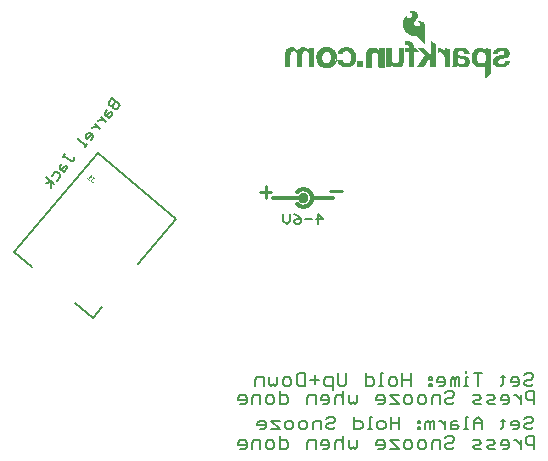
<source format=gbr>
G04 EAGLE Gerber RS-274X export*
G75*
%MOMM*%
%FSLAX34Y34*%
%LPD*%
%INSilkscreen Bottom*%
%IPPOS*%
%AMOC8*
5,1,8,0,0,1.08239X$1,22.5*%
G01*
%ADD10C,0.304800*%
%ADD11C,0.152400*%
%ADD12C,0.279400*%
%ADD13C,0.203200*%
%ADD14C,0.025400*%
%ADD15R,0.495300X0.485100*%

G36*
X25724Y417367D02*
X25724Y417367D01*
X25766Y417382D01*
X25768Y417387D01*
X25772Y417389D01*
X25801Y417462D01*
X25805Y417473D01*
X25805Y417474D01*
X25805Y432638D01*
X25803Y432643D01*
X25805Y432649D01*
X25735Y433480D01*
X25729Y433491D01*
X25730Y433506D01*
X25490Y434305D01*
X25482Y434315D01*
X25480Y434329D01*
X25079Y435061D01*
X25069Y435069D01*
X25064Y435082D01*
X24594Y435632D01*
X24583Y435637D01*
X24576Y435649D01*
X24006Y436094D01*
X23994Y436097D01*
X23984Y436107D01*
X23336Y436428D01*
X23324Y436429D01*
X23312Y436437D01*
X22613Y436621D01*
X22602Y436620D01*
X22591Y436625D01*
X21651Y436698D01*
X21642Y436695D01*
X21631Y436698D01*
X20691Y436625D01*
X20687Y436623D01*
X20681Y436624D01*
X20198Y436548D01*
X20159Y436523D01*
X20119Y436502D01*
X20118Y436498D01*
X20115Y436496D01*
X20105Y436451D01*
X20093Y436407D01*
X20095Y436403D01*
X20094Y436399D01*
X20119Y436361D01*
X20143Y436322D01*
X20147Y436321D01*
X20149Y436318D01*
X20190Y436309D01*
X20230Y436297D01*
X20388Y436313D01*
X20526Y436285D01*
X20659Y436214D01*
X21483Y435615D01*
X21601Y435501D01*
X21673Y435363D01*
X21766Y434948D01*
X21766Y434520D01*
X21673Y434104D01*
X21467Y433700D01*
X21154Y433372D01*
X20548Y433007D01*
X19870Y432800D01*
X19159Y432765D01*
X18549Y432862D01*
X17963Y433060D01*
X17420Y433353D01*
X16995Y433718D01*
X16680Y434178D01*
X16494Y434703D01*
X16451Y435259D01*
X16553Y435807D01*
X16793Y436310D01*
X17163Y436745D01*
X17361Y436955D01*
X17956Y437586D01*
X18551Y438217D01*
X18616Y438286D01*
X18619Y438296D01*
X18628Y438302D01*
X19815Y440060D01*
X19817Y440073D01*
X19827Y440083D01*
X20107Y440771D01*
X20106Y440786D01*
X20115Y440801D01*
X20214Y441536D01*
X20210Y441551D01*
X20215Y441568D01*
X20128Y442305D01*
X20120Y442318D01*
X20120Y442336D01*
X19853Y443028D01*
X19842Y443039D01*
X19838Y443056D01*
X19407Y443659D01*
X19397Y443666D01*
X19391Y443678D01*
X18695Y444336D01*
X18687Y444339D01*
X18682Y444347D01*
X17905Y444907D01*
X17895Y444910D01*
X17887Y444918D01*
X17107Y445306D01*
X17095Y445307D01*
X17084Y445315D01*
X16244Y445546D01*
X16232Y445545D01*
X16220Y445551D01*
X15352Y445617D01*
X15342Y445613D01*
X15330Y445617D01*
X14430Y445531D01*
X14421Y445527D01*
X14411Y445528D01*
X13533Y445308D01*
X13525Y445302D01*
X13513Y445301D01*
X13285Y445200D01*
X12929Y445048D01*
X12928Y445048D01*
X12424Y444827D01*
X12414Y444816D01*
X12397Y444811D01*
X11962Y444473D01*
X11959Y444466D01*
X11951Y444462D01*
X11926Y444437D01*
X11923Y444436D01*
X11888Y444344D01*
X11929Y444255D01*
X12014Y444222D01*
X12617Y444222D01*
X13128Y444165D01*
X13618Y444026D01*
X14099Y443771D01*
X14494Y443401D01*
X14780Y442941D01*
X14937Y442422D01*
X14949Y442119D01*
X14890Y441819D01*
X14684Y441325D01*
X14401Y440867D01*
X14050Y440457D01*
X13638Y440103D01*
X12736Y439452D01*
X12248Y439203D01*
X11719Y439105D01*
X11180Y439163D01*
X11006Y439228D01*
X10645Y439477D01*
X10371Y439816D01*
X10327Y439919D01*
X10311Y440039D01*
X10311Y440919D01*
X10294Y440960D01*
X10280Y441002D01*
X10275Y441005D01*
X10273Y441010D01*
X10232Y441026D01*
X10192Y441045D01*
X10186Y441043D01*
X10181Y441045D01*
X10154Y441033D01*
X10105Y441017D01*
X8979Y440096D01*
X8973Y440084D01*
X8961Y440077D01*
X8054Y438940D01*
X8051Y438929D01*
X8042Y438921D01*
X7540Y437987D01*
X7539Y437977D01*
X7533Y437969D01*
X7175Y436972D01*
X7175Y436962D01*
X7170Y436953D01*
X6963Y435914D01*
X6965Y435904D01*
X6964Y435902D01*
X6965Y435902D01*
X6961Y435893D01*
X6901Y433965D01*
X6905Y433954D01*
X6902Y433942D01*
X7190Y432035D01*
X7196Y432025D01*
X7196Y432013D01*
X7824Y430189D01*
X7831Y430180D01*
X7833Y430168D01*
X8780Y428487D01*
X8788Y428481D01*
X8791Y428470D01*
X9676Y427363D01*
X9683Y427360D01*
X9685Y427354D01*
X9686Y427354D01*
X9688Y427350D01*
X10719Y426378D01*
X10727Y426375D01*
X10733Y426367D01*
X11890Y425550D01*
X11900Y425548D01*
X11908Y425540D01*
X13138Y424940D01*
X13149Y424939D01*
X13159Y424931D01*
X14478Y424563D01*
X14489Y424565D01*
X14500Y424559D01*
X15864Y424435D01*
X15869Y424437D01*
X15875Y424435D01*
X18150Y424435D01*
X18518Y424370D01*
X18869Y424243D01*
X19859Y423654D01*
X20713Y422872D01*
X25585Y417390D01*
X25589Y417388D01*
X25591Y417383D01*
X25633Y417367D01*
X25674Y417348D01*
X25678Y417350D01*
X25683Y417348D01*
X25724Y417367D01*
G37*
G36*
X77091Y388673D02*
X77091Y388673D01*
X77093Y388672D01*
X77114Y388681D01*
X77174Y388704D01*
X81314Y392438D01*
X81316Y392444D01*
X81322Y392447D01*
X81346Y392507D01*
X81355Y392528D01*
X81354Y392530D01*
X81355Y392532D01*
X81355Y413106D01*
X81340Y413143D01*
X81330Y413182D01*
X81321Y413188D01*
X81317Y413197D01*
X81289Y413208D01*
X81253Y413230D01*
X77367Y413966D01*
X77352Y413963D01*
X77337Y413968D01*
X77305Y413953D01*
X77270Y413945D01*
X77262Y413932D01*
X77249Y413926D01*
X77234Y413887D01*
X77218Y413862D01*
X77221Y413851D01*
X77217Y413840D01*
X77241Y411923D01*
X77107Y412072D01*
X77106Y412073D01*
X77106Y412074D01*
X76217Y413039D01*
X76211Y413041D01*
X76207Y413048D01*
X75864Y413349D01*
X75853Y413353D01*
X75845Y413363D01*
X75451Y413596D01*
X75442Y413597D01*
X75434Y413604D01*
X74113Y414137D01*
X74102Y414137D01*
X74092Y414144D01*
X73610Y414246D01*
X73598Y414243D01*
X73586Y414248D01*
X71605Y414273D01*
X71594Y414269D01*
X71582Y414271D01*
X70497Y414088D01*
X70487Y414081D01*
X70473Y414081D01*
X69448Y413681D01*
X69441Y413673D01*
X69429Y413671D01*
X68527Y413130D01*
X68522Y413124D01*
X68513Y413121D01*
X67689Y412468D01*
X67683Y412458D01*
X67673Y412453D01*
X66881Y411563D01*
X66877Y411550D01*
X66865Y411541D01*
X66286Y410500D01*
X66284Y410488D01*
X66276Y410477D01*
X65602Y408364D01*
X65603Y408353D01*
X65597Y408342D01*
X65314Y406142D01*
X65317Y406131D01*
X65313Y406119D01*
X65431Y403904D01*
X65436Y403894D01*
X65434Y403882D01*
X65757Y402506D01*
X65764Y402497D01*
X65764Y402485D01*
X66320Y401185D01*
X66328Y401177D01*
X66330Y401166D01*
X67102Y399981D01*
X67111Y399975D01*
X67116Y399964D01*
X67773Y399257D01*
X67783Y399253D01*
X67789Y399243D01*
X68557Y398658D01*
X68568Y398656D01*
X68575Y398647D01*
X69431Y398201D01*
X69442Y398200D01*
X69451Y398192D01*
X70370Y397898D01*
X70380Y397899D01*
X70390Y397893D01*
X71602Y397704D01*
X71611Y397706D01*
X71620Y397703D01*
X72847Y397686D01*
X72855Y397689D01*
X72865Y397687D01*
X74082Y397842D01*
X74092Y397847D01*
X74104Y397847D01*
X74948Y398111D01*
X74958Y398119D01*
X74973Y398122D01*
X75742Y398559D01*
X75750Y398569D01*
X75764Y398574D01*
X76424Y399164D01*
X76430Y399176D01*
X76442Y399184D01*
X76962Y399900D01*
X76963Y399902D01*
X76963Y388798D01*
X76981Y388754D01*
X76998Y388711D01*
X77000Y388710D01*
X77001Y388707D01*
X77045Y388690D01*
X77089Y388672D01*
X77091Y388673D01*
G37*
G36*
X-88339Y398020D02*
X-88339Y398020D01*
X-88337Y398019D01*
X-88294Y398039D01*
X-88250Y398057D01*
X-88250Y398059D01*
X-88248Y398060D01*
X-88215Y398145D01*
X-88215Y408424D01*
X-88108Y409304D01*
X-87796Y410126D01*
X-87535Y410510D01*
X-87192Y410823D01*
X-86786Y411049D01*
X-86338Y411177D01*
X-85434Y411245D01*
X-84531Y411153D01*
X-84122Y411027D01*
X-83749Y410817D01*
X-83734Y410803D01*
X-83593Y410677D01*
X-83453Y410550D01*
X-83431Y410531D01*
X-83046Y410003D01*
X-82773Y409408D01*
X-82624Y408769D01*
X-82549Y407666D01*
X-82549Y398145D01*
X-82548Y398143D01*
X-82549Y398141D01*
X-82529Y398098D01*
X-82511Y398054D01*
X-82509Y398054D01*
X-82508Y398052D01*
X-82423Y398019D01*
X-78105Y398019D01*
X-78103Y398020D01*
X-78101Y398019D01*
X-78058Y398039D01*
X-78014Y398057D01*
X-78014Y398059D01*
X-78012Y398060D01*
X-77979Y398145D01*
X-77979Y408704D01*
X-77899Y409367D01*
X-77668Y409986D01*
X-77298Y410533D01*
X-76951Y410851D01*
X-76543Y411084D01*
X-76092Y411220D01*
X-75615Y411252D01*
X-74767Y411202D01*
X-74327Y411120D01*
X-73923Y410942D01*
X-73569Y410676D01*
X-72749Y409732D01*
X-72466Y409194D01*
X-72334Y408603D01*
X-72364Y407981D01*
X-72363Y407978D01*
X-72364Y407975D01*
X-72364Y398170D01*
X-72363Y398168D01*
X-72364Y398166D01*
X-72344Y398123D01*
X-72326Y398079D01*
X-72324Y398079D01*
X-72323Y398077D01*
X-72238Y398044D01*
X-67920Y398044D01*
X-67918Y398045D01*
X-67916Y398044D01*
X-67873Y398064D01*
X-67829Y398082D01*
X-67829Y398084D01*
X-67827Y398085D01*
X-67794Y398170D01*
X-67794Y414223D01*
X-67795Y414225D01*
X-67794Y414227D01*
X-67814Y414270D01*
X-67832Y414314D01*
X-67834Y414314D01*
X-67835Y414316D01*
X-67920Y414349D01*
X-71907Y414349D01*
X-71909Y414348D01*
X-71911Y414349D01*
X-71954Y414329D01*
X-71998Y414311D01*
X-71998Y414309D01*
X-72000Y414308D01*
X-72033Y414223D01*
X-72033Y412170D01*
X-72064Y412177D01*
X-72366Y412573D01*
X-72372Y412576D01*
X-72375Y412584D01*
X-73137Y413371D01*
X-73145Y413374D01*
X-73149Y413381D01*
X-73911Y413993D01*
X-73925Y413997D01*
X-73937Y414010D01*
X-74827Y414414D01*
X-74839Y414414D01*
X-74850Y414422D01*
X-75942Y414676D01*
X-75951Y414675D01*
X-75959Y414679D01*
X-77331Y414806D01*
X-77341Y414803D01*
X-77352Y414806D01*
X-78309Y414737D01*
X-78320Y414731D01*
X-78334Y414732D01*
X-79257Y414472D01*
X-79267Y414464D01*
X-79280Y414462D01*
X-80070Y414059D01*
X-80078Y414050D01*
X-80091Y414046D01*
X-80789Y413500D01*
X-80795Y413489D01*
X-80807Y413483D01*
X-81389Y412814D01*
X-81392Y412802D01*
X-81403Y412794D01*
X-81783Y412136D01*
X-81825Y412178D01*
X-82280Y412659D01*
X-82283Y412660D01*
X-82284Y412663D01*
X-83072Y413422D01*
X-83081Y413425D01*
X-83086Y413434D01*
X-83975Y414072D01*
X-83986Y414074D01*
X-83994Y414082D01*
X-84799Y414476D01*
X-84811Y414476D01*
X-84822Y414484D01*
X-85687Y414716D01*
X-85699Y414714D01*
X-85711Y414720D01*
X-86605Y414781D01*
X-86614Y414778D01*
X-86625Y414781D01*
X-87904Y414674D01*
X-87911Y414670D01*
X-87918Y414672D01*
X-89178Y414423D01*
X-89187Y414417D01*
X-89199Y414417D01*
X-90065Y414091D01*
X-90075Y414081D01*
X-90090Y414078D01*
X-90864Y413571D01*
X-90871Y413559D01*
X-90885Y413553D01*
X-91531Y412889D01*
X-91534Y412879D01*
X-91538Y412878D01*
X-91539Y412874D01*
X-91547Y412868D01*
X-92135Y411929D01*
X-92137Y411916D01*
X-92147Y411906D01*
X-92533Y410867D01*
X-92532Y410854D01*
X-92539Y410842D01*
X-92708Y409746D01*
X-92705Y409737D01*
X-92709Y409727D01*
X-92709Y398145D01*
X-92708Y398143D01*
X-92709Y398141D01*
X-92689Y398098D01*
X-92671Y398054D01*
X-92669Y398054D01*
X-92668Y398052D01*
X-92583Y398019D01*
X-88341Y398019D01*
X-88339Y398020D01*
G37*
G36*
X59541Y397689D02*
X59541Y397689D01*
X59552Y397694D01*
X59566Y397692D01*
X60938Y398000D01*
X60949Y398008D01*
X60964Y398009D01*
X62233Y398615D01*
X62242Y398625D01*
X62256Y398629D01*
X62704Y398971D01*
X62710Y398981D01*
X62722Y398987D01*
X63099Y399407D01*
X63103Y399418D01*
X63113Y399426D01*
X63405Y399909D01*
X63407Y399920D01*
X63415Y399930D01*
X63788Y400923D01*
X63788Y400934D01*
X63794Y400945D01*
X63983Y401989D01*
X63980Y402000D01*
X63985Y402012D01*
X63982Y403073D01*
X63979Y403080D01*
X63981Y403083D01*
X63978Y403090D01*
X63979Y403100D01*
X63773Y404041D01*
X63764Y404053D01*
X63763Y404070D01*
X63334Y404932D01*
X63324Y404941D01*
X63319Y404956D01*
X62821Y405565D01*
X62816Y405568D01*
X62814Y405572D01*
X62808Y405574D01*
X62803Y405583D01*
X62193Y406081D01*
X62181Y406084D01*
X62172Y406095D01*
X61476Y406461D01*
X61465Y406462D01*
X61456Y406469D01*
X59971Y406953D01*
X59963Y406952D01*
X59954Y406957D01*
X58417Y407235D01*
X58413Y407234D01*
X58408Y407237D01*
X56202Y407465D01*
X54896Y407691D01*
X54427Y407856D01*
X53999Y408102D01*
X53715Y408363D01*
X53655Y408450D01*
X53613Y408547D01*
X53502Y409068D01*
X53502Y409599D01*
X53613Y410120D01*
X53752Y410434D01*
X53951Y410713D01*
X54204Y410947D01*
X54518Y411140D01*
X54864Y411268D01*
X55233Y411329D01*
X56588Y411379D01*
X57175Y411325D01*
X57736Y411160D01*
X58200Y410905D01*
X58590Y410549D01*
X58885Y410111D01*
X59069Y409616D01*
X59132Y409085D01*
X59132Y409042D01*
X59133Y409040D01*
X59132Y409038D01*
X59152Y408995D01*
X59170Y408951D01*
X59172Y408951D01*
X59173Y408949D01*
X59258Y408916D01*
X63399Y408916D01*
X63400Y408914D01*
X63442Y408904D01*
X63484Y408890D01*
X63490Y408893D01*
X63496Y408892D01*
X63521Y408908D01*
X63566Y408929D01*
X63591Y408954D01*
X63591Y408955D01*
X63607Y408997D01*
X63626Y409046D01*
X63626Y409047D01*
X63606Y409089D01*
X63587Y409132D01*
X63465Y410023D01*
X63459Y410034D01*
X63459Y410049D01*
X63125Y410990D01*
X63116Y411000D01*
X63113Y411014D01*
X62594Y411867D01*
X62583Y411875D01*
X62578Y411888D01*
X61895Y412618D01*
X61883Y412623D01*
X61875Y412635D01*
X61058Y413209D01*
X61046Y413212D01*
X61037Y413221D01*
X59879Y413750D01*
X59869Y413750D01*
X59860Y413757D01*
X58631Y414091D01*
X58622Y414090D01*
X58613Y414094D01*
X56873Y414308D01*
X56865Y414305D01*
X56857Y414308D01*
X55103Y414300D01*
X55096Y414297D01*
X55087Y414299D01*
X53348Y414069D01*
X53340Y414064D01*
X53329Y414065D01*
X51915Y413640D01*
X51906Y413632D01*
X51892Y413631D01*
X50589Y412937D01*
X50580Y412927D01*
X50566Y412922D01*
X50004Y412439D01*
X49997Y412425D01*
X49983Y412416D01*
X49556Y411811D01*
X49553Y411796D01*
X49541Y411784D01*
X49274Y411093D01*
X49275Y411078D01*
X49267Y411063D01*
X49176Y410328D01*
X49178Y410320D01*
X49175Y410312D01*
X49175Y405486D01*
X49176Y405484D01*
X49175Y405482D01*
X49182Y405467D01*
X49150Y405383D01*
X49175Y401045D01*
X49073Y399708D01*
X48724Y398413D01*
X48650Y398214D01*
X48651Y398189D01*
X48642Y398166D01*
X48653Y398142D01*
X48654Y398116D01*
X48673Y398099D01*
X48683Y398077D01*
X48710Y398066D01*
X48728Y398050D01*
X48747Y398052D01*
X48768Y398044D01*
X52802Y398044D01*
X52838Y398041D01*
X52866Y398050D01*
X52906Y398054D01*
X52943Y398073D01*
X52962Y398095D01*
X52994Y398119D01*
X53016Y398155D01*
X53018Y398172D01*
X53030Y398188D01*
X53106Y398468D01*
X53105Y398471D01*
X53107Y398474D01*
X53334Y399503D01*
X53344Y399526D01*
X53350Y399532D01*
X53358Y399534D01*
X53367Y399533D01*
X53391Y399517D01*
X54218Y398814D01*
X54229Y398810D01*
X54238Y398800D01*
X55189Y398260D01*
X55200Y398259D01*
X55210Y398251D01*
X56245Y397898D01*
X56257Y397899D01*
X56267Y397893D01*
X57885Y397652D01*
X57895Y397655D01*
X57906Y397651D01*
X59541Y397689D01*
G37*
G36*
X34674Y397918D02*
X34674Y397918D01*
X34677Y397917D01*
X34760Y397954D01*
X34811Y398005D01*
X34813Y398008D01*
X34815Y398009D01*
X34848Y398094D01*
X34848Y417424D01*
X34840Y417443D01*
X34842Y417463D01*
X34821Y417490D01*
X34810Y417515D01*
X34796Y417520D01*
X34785Y417534D01*
X30645Y419896D01*
X30610Y419900D01*
X30578Y419912D01*
X30563Y419905D01*
X30547Y419907D01*
X30520Y419885D01*
X30489Y419871D01*
X30482Y419855D01*
X30470Y419845D01*
X30468Y419818D01*
X30456Y419786D01*
X30456Y408356D01*
X24981Y413830D01*
X24978Y413832D01*
X24977Y413834D01*
X24892Y413867D01*
X20218Y413867D01*
X20216Y413867D01*
X20215Y413867D01*
X20171Y413847D01*
X20127Y413829D01*
X20127Y413827D01*
X20125Y413826D01*
X20109Y413782D01*
X20092Y413737D01*
X20093Y413735D01*
X20092Y413734D01*
X20130Y413651D01*
X25821Y408085D01*
X19224Y398190D01*
X19217Y398152D01*
X19203Y398115D01*
X19208Y398105D01*
X19206Y398093D01*
X19228Y398062D01*
X19245Y398026D01*
X19256Y398022D01*
X19262Y398013D01*
X19292Y398008D01*
X19330Y397994D01*
X24410Y398019D01*
X24427Y398026D01*
X24445Y398024D01*
X24474Y398046D01*
X24500Y398058D01*
X24505Y398070D01*
X24517Y398080D01*
X28750Y405058D01*
X30405Y403451D01*
X30405Y398043D01*
X30406Y398041D01*
X30405Y398039D01*
X30425Y397996D01*
X30443Y397952D01*
X30445Y397952D01*
X30446Y397950D01*
X30531Y397917D01*
X34671Y397917D01*
X34674Y397918D01*
G37*
G36*
X3106Y397617D02*
X3106Y397617D01*
X3117Y397614D01*
X4150Y397761D01*
X4161Y397767D01*
X4174Y397767D01*
X5160Y398110D01*
X5169Y398118D01*
X5182Y398120D01*
X6084Y398646D01*
X6091Y398656D01*
X6104Y398661D01*
X6358Y398889D01*
X6364Y398900D01*
X6375Y398908D01*
X7036Y399793D01*
X7038Y399804D01*
X7048Y399813D01*
X7536Y400803D01*
X7536Y400815D01*
X7544Y400825D01*
X7844Y401888D01*
X7842Y401899D01*
X7848Y401911D01*
X7949Y403010D01*
X7947Y403016D01*
X7949Y403022D01*
X7949Y413817D01*
X7948Y413819D01*
X7949Y413821D01*
X7929Y413864D01*
X7911Y413908D01*
X7909Y413908D01*
X7908Y413910D01*
X7823Y413943D01*
X3683Y413943D01*
X3681Y413942D01*
X3679Y413943D01*
X3636Y413923D01*
X3592Y413905D01*
X3592Y413903D01*
X3590Y413902D01*
X3557Y413817D01*
X3557Y403820D01*
X3408Y402990D01*
X3065Y402222D01*
X2793Y401860D01*
X2452Y401559D01*
X2057Y401334D01*
X1368Y401111D01*
X649Y401031D01*
X-72Y401098D01*
X-763Y401310D01*
X-1273Y401598D01*
X-1704Y401995D01*
X-2031Y402480D01*
X-2240Y403030D01*
X-2465Y404234D01*
X-2541Y405464D01*
X-2541Y413766D01*
X-2542Y413768D01*
X-2541Y413770D01*
X-2561Y413813D01*
X-2579Y413857D01*
X-2581Y413857D01*
X-2582Y413859D01*
X-2667Y413892D01*
X-6883Y413892D01*
X-6885Y413891D01*
X-6887Y413892D01*
X-6930Y413872D01*
X-6974Y413854D01*
X-6974Y413852D01*
X-6976Y413851D01*
X-7009Y413766D01*
X-7009Y398145D01*
X-7008Y398143D01*
X-7009Y398141D01*
X-6989Y398098D01*
X-6971Y398054D01*
X-6969Y398054D01*
X-6968Y398052D01*
X-6883Y398019D01*
X-2870Y398019D01*
X-2868Y398020D01*
X-2866Y398019D01*
X-2823Y398039D01*
X-2779Y398057D01*
X-2779Y398059D01*
X-2777Y398060D01*
X-2744Y398145D01*
X-2744Y400202D01*
X-2237Y399561D01*
X-2229Y399557D01*
X-2225Y399548D01*
X-1398Y398763D01*
X-1389Y398760D01*
X-1384Y398752D01*
X-454Y398093D01*
X-445Y398091D01*
X-437Y398083D01*
X-192Y397961D01*
X-181Y397960D01*
X-172Y397953D01*
X90Y397872D01*
X99Y397873D01*
X108Y397868D01*
X1586Y397645D01*
X1594Y397647D01*
X1602Y397643D01*
X3096Y397613D01*
X3106Y397617D01*
G37*
G36*
X-9371Y397944D02*
X-9371Y397944D01*
X-9369Y397943D01*
X-9326Y397963D01*
X-9282Y397981D01*
X-9282Y397983D01*
X-9280Y397984D01*
X-9247Y398069D01*
X-9247Y413791D01*
X-9248Y413793D01*
X-9247Y413795D01*
X-9267Y413838D01*
X-9285Y413882D01*
X-9287Y413882D01*
X-9288Y413884D01*
X-9373Y413917D01*
X-13411Y413917D01*
X-13413Y413916D01*
X-13415Y413917D01*
X-13458Y413897D01*
X-13502Y413879D01*
X-13502Y413877D01*
X-13504Y413876D01*
X-13537Y413791D01*
X-13537Y411723D01*
X-13579Y411752D01*
X-13693Y411888D01*
X-13970Y412266D01*
X-13974Y412268D01*
X-13976Y412273D01*
X-14378Y412746D01*
X-14385Y412750D01*
X-14389Y412758D01*
X-14584Y412934D01*
X-14724Y413060D01*
X-14850Y413174D01*
X-14861Y413177D01*
X-14868Y413187D01*
X-15766Y413754D01*
X-15779Y413757D01*
X-15790Y413766D01*
X-16787Y414135D01*
X-16799Y414135D01*
X-16812Y414142D01*
X-17864Y414297D01*
X-17874Y414294D01*
X-17885Y414298D01*
X-19891Y414248D01*
X-19902Y414244D01*
X-19914Y414246D01*
X-20891Y414040D01*
X-20903Y414032D01*
X-20919Y414031D01*
X-21824Y413609D01*
X-21833Y413598D01*
X-21848Y413594D01*
X-22633Y412976D01*
X-22639Y412965D01*
X-22651Y412959D01*
X-23140Y412384D01*
X-23143Y412373D01*
X-23153Y412366D01*
X-23537Y411717D01*
X-23539Y411706D01*
X-23547Y411697D01*
X-23816Y410992D01*
X-23816Y410983D01*
X-23821Y410974D01*
X-24061Y409867D01*
X-24059Y409858D01*
X-24064Y409850D01*
X-24154Y408721D01*
X-24152Y408716D01*
X-24154Y408711D01*
X-24154Y398170D01*
X-24153Y398168D01*
X-24154Y398166D01*
X-24134Y398123D01*
X-24116Y398079D01*
X-24114Y398079D01*
X-24113Y398077D01*
X-24028Y398044D01*
X-19939Y398044D01*
X-19937Y398045D01*
X-19935Y398044D01*
X-19892Y398064D01*
X-19848Y398082D01*
X-19848Y398084D01*
X-19846Y398085D01*
X-19813Y398170D01*
X-19813Y407816D01*
X-19748Y408534D01*
X-19557Y409222D01*
X-19247Y409864D01*
X-18951Y410251D01*
X-18577Y410560D01*
X-18142Y410777D01*
X-17842Y410854D01*
X-17526Y410871D01*
X-16421Y410821D01*
X-15865Y410734D01*
X-15349Y410530D01*
X-14892Y410216D01*
X-14375Y409647D01*
X-14012Y408968D01*
X-13796Y408218D01*
X-13715Y407435D01*
X-13715Y398069D01*
X-13714Y398067D01*
X-13715Y398065D01*
X-13695Y398022D01*
X-13677Y397978D01*
X-13675Y397978D01*
X-13674Y397976D01*
X-13589Y397943D01*
X-9373Y397943D01*
X-9371Y397944D01*
G37*
G36*
X-57657Y397872D02*
X-57657Y397872D01*
X-57641Y397868D01*
X-54644Y398274D01*
X-54623Y398286D01*
X-54594Y398292D01*
X-51749Y400070D01*
X-51735Y400091D01*
X-51710Y400109D01*
X-50110Y402598D01*
X-50106Y402621D01*
X-50091Y402646D01*
X-49481Y406532D01*
X-49487Y406554D01*
X-49483Y406580D01*
X-50296Y410136D01*
X-50311Y410157D01*
X-50320Y410186D01*
X-52454Y412904D01*
X-52476Y412916D01*
X-52497Y412939D01*
X-55875Y414616D01*
X-55895Y414617D01*
X-55916Y414628D01*
X-57389Y414805D01*
X-57396Y414803D01*
X-57404Y414806D01*
X-57455Y414806D01*
X-57475Y414798D01*
X-57501Y414797D01*
X-57628Y414747D01*
X-57649Y414727D01*
X-57675Y414715D01*
X-57684Y414693D01*
X-57699Y414679D01*
X-57698Y414655D01*
X-57708Y414630D01*
X-57708Y411709D01*
X-57691Y411669D01*
X-57679Y411628D01*
X-57672Y411624D01*
X-57670Y411618D01*
X-57642Y411607D01*
X-57599Y411584D01*
X-56504Y411434D01*
X-55356Y410799D01*
X-54568Y409715D01*
X-54172Y408826D01*
X-53898Y407352D01*
X-53848Y405493D01*
X-54023Y404245D01*
X-54397Y403096D01*
X-54935Y402069D01*
X-56583Y401061D01*
X-58331Y400839D01*
X-60082Y401431D01*
X-60152Y401495D01*
X-60430Y401748D01*
X-60708Y402000D01*
X-60847Y402126D01*
X-61124Y402379D01*
X-61125Y402379D01*
X-61161Y402412D01*
X-61704Y403622D01*
X-62079Y405170D01*
X-62079Y406595D01*
X-61828Y408524D01*
X-61084Y410136D01*
X-60250Y410945D01*
X-59297Y411458D01*
X-58110Y411557D01*
X-58014Y411557D01*
X-58011Y411558D01*
X-58008Y411557D01*
X-57966Y411577D01*
X-57923Y411595D01*
X-57922Y411598D01*
X-57919Y411600D01*
X-57888Y411685D01*
X-57915Y413273D01*
X-57914Y413273D01*
X-57915Y413273D01*
X-57917Y413399D01*
X-57917Y413400D01*
X-57919Y413526D01*
X-57921Y413652D01*
X-57923Y413778D01*
X-57925Y413904D01*
X-57925Y413905D01*
X-57927Y414031D01*
X-57929Y414157D01*
X-57932Y414283D01*
X-57931Y414283D01*
X-57932Y414283D01*
X-57934Y414409D01*
X-57934Y414410D01*
X-57936Y414536D01*
X-57938Y414657D01*
X-57942Y414666D01*
X-57939Y414675D01*
X-57961Y414710D01*
X-57978Y414747D01*
X-57987Y414750D01*
X-57992Y414758D01*
X-58043Y414771D01*
X-58070Y414781D01*
X-58075Y414779D01*
X-58080Y414780D01*
X-60087Y414526D01*
X-60098Y414520D01*
X-60112Y414520D01*
X-61738Y413961D01*
X-61750Y413950D01*
X-61769Y413946D01*
X-63750Y412575D01*
X-63758Y412562D01*
X-63774Y412553D01*
X-64866Y411283D01*
X-64871Y411267D01*
X-64885Y411252D01*
X-65926Y408915D01*
X-65927Y408898D01*
X-65936Y408880D01*
X-66216Y406695D01*
X-66212Y406680D01*
X-66216Y406664D01*
X-65962Y404556D01*
X-65958Y404548D01*
X-65959Y404537D01*
X-65273Y402073D01*
X-65262Y402059D01*
X-65258Y402040D01*
X-64445Y400745D01*
X-64433Y400736D01*
X-64425Y400721D01*
X-63231Y399578D01*
X-63223Y399574D01*
X-63217Y399566D01*
X-62100Y398779D01*
X-62083Y398775D01*
X-62068Y398763D01*
X-60214Y398128D01*
X-60200Y398129D01*
X-60186Y398121D01*
X-57671Y397867D01*
X-57657Y397872D01*
G37*
G36*
X90324Y397665D02*
X90324Y397665D01*
X90331Y397663D01*
X92897Y397841D01*
X92906Y397846D01*
X92916Y397844D01*
X93837Y398056D01*
X93848Y398064D01*
X93862Y398065D01*
X94719Y398462D01*
X94725Y398469D01*
X94734Y398471D01*
X95928Y399233D01*
X95933Y399239D01*
X95941Y399242D01*
X96456Y399673D01*
X96461Y399684D01*
X96473Y399690D01*
X96893Y400214D01*
X96897Y400225D01*
X96907Y400234D01*
X97216Y400830D01*
X97217Y400839D01*
X97224Y400847D01*
X97656Y402117D01*
X97655Y402127D01*
X97660Y402136D01*
X97762Y402720D01*
X97761Y402727D01*
X97764Y402733D01*
X97789Y403089D01*
X97788Y403093D01*
X97789Y403096D01*
X97788Y403098D01*
X97789Y403102D01*
X97777Y403128D01*
X97774Y403158D01*
X97773Y403159D01*
X97773Y403160D01*
X97762Y403169D01*
X97757Y403182D01*
X97751Y403185D01*
X97748Y403191D01*
X97718Y403203D01*
X97698Y403219D01*
X97696Y403219D01*
X97695Y403220D01*
X97680Y403219D01*
X97668Y403224D01*
X97666Y403223D01*
X97663Y403224D01*
X93802Y403224D01*
X93800Y403223D01*
X93798Y403224D01*
X93755Y403204D01*
X93711Y403186D01*
X93711Y403184D01*
X93709Y403183D01*
X93676Y403098D01*
X93676Y403051D01*
X93647Y402554D01*
X93501Y402092D01*
X93245Y401678D01*
X93141Y401573D01*
X93015Y401447D01*
X92803Y401235D01*
X92276Y400898D01*
X91689Y400681D01*
X91127Y400608D01*
X89797Y400608D01*
X89194Y400682D01*
X88627Y400879D01*
X88114Y401191D01*
X87827Y401475D01*
X87618Y401820D01*
X87501Y402205D01*
X87484Y402609D01*
X87569Y403004D01*
X87750Y403366D01*
X88015Y403670D01*
X88351Y403901D01*
X89458Y404371D01*
X90632Y404677D01*
X94263Y405540D01*
X94270Y405545D01*
X94279Y405545D01*
X95087Y405851D01*
X95094Y405857D01*
X95104Y405859D01*
X95855Y406286D01*
X95861Y406293D01*
X95871Y406297D01*
X96548Y406834D01*
X96553Y406844D01*
X96564Y406850D01*
X96901Y407235D01*
X96905Y407248D01*
X96916Y407257D01*
X97165Y407704D01*
X97166Y407717D01*
X97175Y407728D01*
X97327Y408217D01*
X97325Y408229D01*
X97332Y408242D01*
X97437Y409378D01*
X97434Y409391D01*
X97437Y409404D01*
X97308Y410538D01*
X97302Y410549D01*
X97303Y410563D01*
X96945Y411647D01*
X96937Y411656D01*
X96935Y411670D01*
X96636Y412192D01*
X96626Y412199D01*
X96621Y412212D01*
X96227Y412667D01*
X96216Y412672D01*
X96209Y412684D01*
X95733Y413053D01*
X95722Y413056D01*
X95713Y413065D01*
X94432Y413719D01*
X94421Y413720D01*
X94411Y413727D01*
X93033Y414138D01*
X93022Y414137D01*
X93010Y414143D01*
X91581Y414298D01*
X91574Y414296D01*
X91567Y414298D01*
X89764Y414298D01*
X89758Y414296D01*
X89751Y414298D01*
X88358Y414158D01*
X88349Y414153D01*
X88338Y414154D01*
X86987Y413786D01*
X86978Y413779D01*
X86964Y413777D01*
X85867Y413239D01*
X85858Y413229D01*
X85844Y413225D01*
X84885Y412468D01*
X84879Y412458D01*
X84868Y412453D01*
X84520Y412057D01*
X84518Y412052D01*
X84517Y412052D01*
X84516Y412048D01*
X84508Y412042D01*
X84222Y411600D01*
X84220Y411590D01*
X84213Y411583D01*
X83857Y410795D01*
X83857Y410790D01*
X83853Y410786D01*
X83650Y410228D01*
X83652Y410204D01*
X83647Y410192D01*
X83650Y410185D01*
X83645Y410160D01*
X83654Y410146D01*
X83645Y410134D01*
X83647Y410128D01*
X83643Y410121D01*
X83567Y409410D01*
X83569Y409404D01*
X83568Y409400D01*
X83569Y409398D01*
X83567Y409393D01*
X83584Y409356D01*
X83596Y409316D01*
X83604Y409312D01*
X83608Y409304D01*
X83658Y409284D01*
X83684Y409271D01*
X83688Y409273D01*
X83693Y409271D01*
X87579Y409271D01*
X87623Y409289D01*
X87667Y409307D01*
X87668Y409308D01*
X87670Y409309D01*
X87677Y409328D01*
X87705Y409389D01*
X87721Y409649D01*
X87776Y409892D01*
X87926Y410244D01*
X88144Y410557D01*
X88420Y410821D01*
X88842Y411092D01*
X89309Y411281D01*
X89805Y411379D01*
X90653Y411423D01*
X91501Y411379D01*
X91950Y411294D01*
X92374Y411137D01*
X92675Y410942D01*
X92908Y410674D01*
X93063Y410332D01*
X93111Y409960D01*
X93046Y409591D01*
X92862Y409230D01*
X92627Y408987D01*
X92579Y408937D01*
X91904Y408521D01*
X91152Y408249D01*
X89129Y407845D01*
X89128Y407844D01*
X89127Y407844D01*
X87404Y407463D01*
X87397Y407458D01*
X87388Y407458D01*
X85732Y406848D01*
X85726Y406842D01*
X85716Y406841D01*
X84960Y406436D01*
X84954Y406429D01*
X84945Y406426D01*
X84253Y405918D01*
X84248Y405908D01*
X84236Y405903D01*
X83904Y405553D01*
X83899Y405541D01*
X83888Y405532D01*
X83636Y405120D01*
X83634Y405106D01*
X83624Y405094D01*
X83287Y404091D01*
X83288Y404076D01*
X83280Y404062D01*
X83186Y403007D01*
X83189Y402998D01*
X83186Y402987D01*
X83262Y401946D01*
X83266Y401938D01*
X83265Y401928D01*
X83408Y401264D01*
X83414Y401254D01*
X83415Y401241D01*
X83681Y400616D01*
X83689Y400607D01*
X83692Y400595D01*
X84071Y400031D01*
X84081Y400024D01*
X84086Y400013D01*
X84812Y399270D01*
X84822Y399266D01*
X84828Y399255D01*
X85672Y398649D01*
X85682Y398647D01*
X85691Y398638D01*
X86626Y398187D01*
X86637Y398186D01*
X86647Y398179D01*
X87647Y397897D01*
X87655Y397898D01*
X87664Y397893D01*
X88978Y397711D01*
X88985Y397713D01*
X88991Y397710D01*
X90318Y397663D01*
X90324Y397665D01*
G37*
G36*
X-39478Y397762D02*
X-39478Y397762D01*
X-39471Y397765D01*
X-39464Y397764D01*
X-37900Y398046D01*
X-37892Y398051D01*
X-37882Y398050D01*
X-36812Y398405D01*
X-36804Y398411D01*
X-36793Y398413D01*
X-35796Y398939D01*
X-35789Y398947D01*
X-35778Y398951D01*
X-34882Y399635D01*
X-34877Y399644D01*
X-34867Y399649D01*
X-34096Y400472D01*
X-34094Y400478D01*
X-34092Y400479D01*
X-34090Y400483D01*
X-34083Y400488D01*
X-33401Y401504D01*
X-33399Y401514D01*
X-33391Y401522D01*
X-32877Y402633D01*
X-32877Y402642D01*
X-32870Y402651D01*
X-32536Y403829D01*
X-32537Y403839D01*
X-32532Y403848D01*
X-32387Y405064D01*
X-32389Y405073D01*
X-32386Y405083D01*
X-32387Y405115D01*
X-32387Y405116D01*
X-32395Y405368D01*
X-32398Y405494D01*
X-32406Y405747D01*
X-32410Y405873D01*
X-32418Y406125D01*
X-32418Y406126D01*
X-32422Y406252D01*
X-32421Y406252D01*
X-32422Y406252D01*
X-32425Y406378D01*
X-32429Y406504D01*
X-32437Y406757D01*
X-32441Y406883D01*
X-32449Y407135D01*
X-32448Y407136D01*
X-32449Y407136D01*
X-32452Y407262D01*
X-32460Y407514D01*
X-32462Y407572D01*
X-32466Y407581D01*
X-32464Y407593D01*
X-32762Y409083D01*
X-32769Y409093D01*
X-32769Y409106D01*
X-33346Y410512D01*
X-33354Y410520D01*
X-33357Y410533D01*
X-34191Y411804D01*
X-34201Y411810D01*
X-34206Y411822D01*
X-35267Y412910D01*
X-35278Y412915D01*
X-35286Y412926D01*
X-36535Y413791D01*
X-36547Y413794D01*
X-36556Y413803D01*
X-37947Y414415D01*
X-37959Y414415D01*
X-37971Y414422D01*
X-39477Y414755D01*
X-39489Y414752D01*
X-39502Y414758D01*
X-41044Y414781D01*
X-41053Y414778D01*
X-41063Y414780D01*
X-42497Y414591D01*
X-42502Y414588D01*
X-42508Y414589D01*
X-43919Y414270D01*
X-43927Y414265D01*
X-43937Y414264D01*
X-45094Y413807D01*
X-45104Y413797D01*
X-45118Y413794D01*
X-46149Y413097D01*
X-46156Y413086D01*
X-46170Y413079D01*
X-47025Y412176D01*
X-47030Y412164D01*
X-47042Y412155D01*
X-47682Y411088D01*
X-47684Y411076D01*
X-47693Y411067D01*
X-48117Y409912D01*
X-48117Y409902D01*
X-48122Y409893D01*
X-48359Y408685D01*
X-48356Y408671D01*
X-48361Y408657D01*
X-48346Y408624D01*
X-48339Y408589D01*
X-48326Y408581D01*
X-48320Y408568D01*
X-48281Y408552D01*
X-48255Y408536D01*
X-48245Y408539D01*
X-48235Y408535D01*
X-44044Y408535D01*
X-44042Y408536D01*
X-44040Y408535D01*
X-43997Y408555D01*
X-43953Y408573D01*
X-43953Y408575D01*
X-43951Y408576D01*
X-43918Y408661D01*
X-43918Y408679D01*
X-43851Y409258D01*
X-43658Y409800D01*
X-43347Y410285D01*
X-42934Y410686D01*
X-42441Y410984D01*
X-41649Y411245D01*
X-40817Y411328D01*
X-39977Y411262D01*
X-39156Y411081D01*
X-38742Y410895D01*
X-38395Y410605D01*
X-37708Y409694D01*
X-37203Y408669D01*
X-36898Y407566D01*
X-36805Y406425D01*
X-36934Y404865D01*
X-37280Y403341D01*
X-37595Y402624D01*
X-38070Y402005D01*
X-38678Y401516D01*
X-39386Y401186D01*
X-40165Y401005D01*
X-40966Y400964D01*
X-41556Y401037D01*
X-42125Y401210D01*
X-42655Y401478D01*
X-43098Y401823D01*
X-43456Y402255D01*
X-43777Y402845D01*
X-43992Y403482D01*
X-44096Y404158D01*
X-44118Y404194D01*
X-44136Y404232D01*
X-44144Y404235D01*
X-44148Y404242D01*
X-44178Y404248D01*
X-44221Y404265D01*
X-48285Y404265D01*
X-48287Y404264D01*
X-48289Y404265D01*
X-48332Y404245D01*
X-48376Y404227D01*
X-48376Y404225D01*
X-48378Y404224D01*
X-48411Y404139D01*
X-48411Y404089D01*
X-48410Y404085D01*
X-48411Y404081D01*
X-48379Y403606D01*
X-48375Y403599D01*
X-48377Y403589D01*
X-48282Y403124D01*
X-48276Y403115D01*
X-48276Y403103D01*
X-47734Y401712D01*
X-47725Y401703D01*
X-47722Y401689D01*
X-46907Y400438D01*
X-46896Y400431D01*
X-46891Y400418D01*
X-45838Y399360D01*
X-45826Y399355D01*
X-45818Y399343D01*
X-44570Y398523D01*
X-44559Y398520D01*
X-44550Y398512D01*
X-43457Y398050D01*
X-43447Y398050D01*
X-43438Y398044D01*
X-42285Y397762D01*
X-42275Y397763D01*
X-42265Y397759D01*
X-41082Y397663D01*
X-41074Y397666D01*
X-41064Y397663D01*
X-39478Y397762D01*
G37*
G36*
X16461Y397944D02*
X16461Y397944D01*
X16463Y397943D01*
X16506Y397963D01*
X16550Y397981D01*
X16550Y397983D01*
X16552Y397984D01*
X16585Y398069D01*
X16585Y410949D01*
X20448Y410973D01*
X20449Y410973D01*
X20494Y410993D01*
X20538Y411012D01*
X20539Y411013D01*
X20556Y411058D01*
X20573Y411104D01*
X20573Y411105D01*
X20536Y411188D01*
X17869Y413855D01*
X17866Y413857D01*
X17865Y413859D01*
X17780Y413892D01*
X16534Y413892D01*
X16534Y414223D01*
X16532Y414228D01*
X16534Y414233D01*
X16357Y416367D01*
X16352Y416377D01*
X16352Y416378D01*
X16352Y416379D01*
X16352Y416380D01*
X16353Y416389D01*
X16205Y416956D01*
X16198Y416965D01*
X16197Y416977D01*
X15949Y417508D01*
X15940Y417516D01*
X15937Y417528D01*
X15597Y418005D01*
X15587Y418011D01*
X15581Y418023D01*
X14838Y418733D01*
X14828Y418737D01*
X14826Y418741D01*
X14823Y418742D01*
X14819Y418748D01*
X13951Y419298D01*
X13939Y419300D01*
X13929Y419309D01*
X12971Y419678D01*
X12958Y419678D01*
X12947Y419685D01*
X11934Y419859D01*
X11924Y419857D01*
X11913Y419861D01*
X10363Y419861D01*
X10360Y419860D01*
X10356Y419861D01*
X9039Y419785D01*
X9017Y419785D01*
X9015Y419784D01*
X9013Y419785D01*
X8970Y419765D01*
X8926Y419747D01*
X8926Y419745D01*
X8924Y419744D01*
X8891Y419659D01*
X8891Y416636D01*
X8892Y416634D01*
X8891Y416632D01*
X8911Y416589D01*
X8929Y416545D01*
X8931Y416545D01*
X8932Y416543D01*
X9017Y416510D01*
X9093Y416510D01*
X9098Y416512D01*
X9105Y416510D01*
X9385Y416536D01*
X10300Y416621D01*
X11200Y416538D01*
X11482Y416441D01*
X11722Y416271D01*
X11904Y416039D01*
X12079Y415616D01*
X12142Y415154D01*
X12142Y413892D01*
X9296Y413892D01*
X9294Y413891D01*
X9292Y413892D01*
X9249Y413872D01*
X9205Y413854D01*
X9205Y413852D01*
X9203Y413851D01*
X9170Y413766D01*
X9170Y411099D01*
X9171Y411097D01*
X9170Y411095D01*
X9190Y411052D01*
X9208Y411008D01*
X9210Y411008D01*
X9211Y411006D01*
X9296Y410973D01*
X12168Y410973D01*
X12168Y398069D01*
X12169Y398067D01*
X12168Y398065D01*
X12188Y398022D01*
X12206Y397978D01*
X12208Y397978D01*
X12209Y397976D01*
X12294Y397943D01*
X16459Y397943D01*
X16461Y397944D01*
G37*
G36*
X46586Y398045D02*
X46586Y398045D01*
X46588Y398044D01*
X46631Y398064D01*
X46675Y398082D01*
X46676Y398084D01*
X46678Y398085D01*
X46710Y398170D01*
X46684Y413055D01*
X46668Y413093D01*
X46658Y413132D01*
X46649Y413137D01*
X46646Y413146D01*
X46617Y413157D01*
X46580Y413179D01*
X42719Y413865D01*
X42706Y413862D01*
X42693Y413867D01*
X42659Y413852D01*
X42623Y413843D01*
X42616Y413832D01*
X42604Y413826D01*
X42588Y413785D01*
X42572Y413759D01*
X42574Y413750D01*
X42571Y413741D01*
X42571Y410961D01*
X42524Y410976D01*
X42345Y411244D01*
X41659Y412286D01*
X41654Y412290D01*
X41651Y412297D01*
X41335Y412680D01*
X41322Y412687D01*
X41314Y412700D01*
X40920Y413002D01*
X40915Y413003D01*
X40912Y413007D01*
X40023Y413592D01*
X40020Y413593D01*
X40017Y413596D01*
X39406Y413949D01*
X39394Y413951D01*
X39383Y413960D01*
X38713Y414183D01*
X38701Y414182D01*
X38689Y414188D01*
X37988Y414272D01*
X37978Y414269D01*
X37966Y414273D01*
X36594Y414197D01*
X36551Y414176D01*
X36508Y414156D01*
X36507Y414154D01*
X36506Y414154D01*
X36500Y414136D01*
X36475Y414071D01*
X36475Y410210D01*
X36476Y410208D01*
X36475Y410206D01*
X36495Y410163D01*
X36513Y410119D01*
X36515Y410119D01*
X36516Y410117D01*
X36601Y410084D01*
X36627Y410084D01*
X36636Y410088D01*
X36648Y410085D01*
X36800Y410110D01*
X36802Y410112D01*
X36805Y410111D01*
X37402Y410236D01*
X38927Y410236D01*
X39469Y410144D01*
X39987Y409963D01*
X40466Y409699D01*
X41133Y409139D01*
X41658Y408447D01*
X42019Y407654D01*
X42219Y406835D01*
X42292Y405989D01*
X42292Y398170D01*
X42293Y398168D01*
X42292Y398166D01*
X42312Y398123D01*
X42330Y398079D01*
X42332Y398079D01*
X42333Y398077D01*
X42418Y398044D01*
X46584Y398044D01*
X46586Y398045D01*
G37*
%LPC*%
G36*
X72124Y401111D02*
X72124Y401111D01*
X71385Y401449D01*
X70759Y401965D01*
X70287Y402623D01*
X69998Y403384D01*
X69694Y405331D01*
X69697Y407302D01*
X69888Y408272D01*
X70291Y409171D01*
X70888Y409957D01*
X71647Y410587D01*
X72147Y410847D01*
X72689Y411003D01*
X73256Y411049D01*
X74331Y410998D01*
X74703Y410924D01*
X75041Y410762D01*
X75754Y410206D01*
X76351Y409526D01*
X76764Y408819D01*
X77031Y408045D01*
X77141Y407230D01*
X77115Y404684D01*
X76991Y403915D01*
X76766Y403240D01*
X76767Y403228D01*
X76761Y403216D01*
X76756Y403179D01*
X76764Y403152D01*
X76764Y403141D01*
X76736Y403128D01*
X76692Y403108D01*
X76692Y403107D01*
X76691Y403107D01*
X76658Y403022D01*
X76658Y402984D01*
X76646Y402925D01*
X76604Y402865D01*
X76604Y402864D01*
X76603Y402863D01*
X76552Y402787D01*
X76551Y402781D01*
X76546Y402776D01*
X76246Y402212D01*
X75834Y401743D01*
X75325Y401380D01*
X74648Y401090D01*
X73926Y400938D01*
X73015Y400932D01*
X72124Y401111D01*
G37*
%LPD*%
%LPC*%
G36*
X55429Y400732D02*
X55429Y400732D01*
X55107Y400854D01*
X54816Y401039D01*
X54072Y401758D01*
X53922Y401977D01*
X53815Y402226D01*
X53768Y402391D01*
X53561Y403461D01*
X53491Y404550D01*
X53491Y405384D01*
X53490Y405386D01*
X53491Y405388D01*
X53471Y405431D01*
X53471Y405433D01*
X53491Y405486D01*
X53491Y405778D01*
X53633Y405651D01*
X53648Y405646D01*
X53659Y405633D01*
X53866Y405526D01*
X53878Y405525D01*
X53888Y405517D01*
X54852Y405229D01*
X54860Y405230D01*
X54867Y405226D01*
X55859Y405057D01*
X55863Y405058D01*
X55867Y405055D01*
X57310Y404903D01*
X57860Y404798D01*
X58378Y404601D01*
X58852Y404317D01*
X59120Y404073D01*
X59324Y403775D01*
X59544Y403233D01*
X59651Y402658D01*
X59640Y402073D01*
X59569Y401765D01*
X59434Y401480D01*
X59243Y401230D01*
X58881Y400933D01*
X58460Y400730D01*
X57999Y400633D01*
X56471Y400583D01*
X55429Y400732D01*
G37*
%LPD*%
D10*
X-102870Y287020D02*
X-77470Y287020D01*
X-82550Y281940D02*
X-82424Y281811D01*
X-82294Y281684D01*
X-82162Y281561D01*
X-82026Y281442D01*
X-81888Y281325D01*
X-81747Y281212D01*
X-81603Y281103D01*
X-81457Y280997D01*
X-81307Y280895D01*
X-81156Y280796D01*
X-81002Y280701D01*
X-80846Y280610D01*
X-80687Y280523D01*
X-80527Y280440D01*
X-80364Y280361D01*
X-80200Y280286D01*
X-80034Y280214D01*
X-79866Y280147D01*
X-79697Y280084D01*
X-79526Y280025D01*
X-79353Y279971D01*
X-79180Y279921D01*
X-79005Y279875D01*
X-78829Y279833D01*
X-78652Y279795D01*
X-78474Y279762D01*
X-78296Y279734D01*
X-78117Y279709D01*
X-77937Y279689D01*
X-77757Y279674D01*
X-77577Y279663D01*
X-77396Y279656D01*
X-77215Y279654D01*
X-77034Y279656D01*
X-76854Y279663D01*
X-76673Y279674D01*
X-76493Y279690D01*
X-76314Y279709D01*
X-76134Y279734D01*
X-75956Y279763D01*
X-75778Y279796D01*
X-75601Y279833D01*
X-75426Y279875D01*
X-75251Y279921D01*
X-75077Y279971D01*
X-74905Y280026D01*
X-74734Y280085D01*
X-74564Y280148D01*
X-74397Y280215D01*
X-74230Y280286D01*
X-74066Y280361D01*
X-73904Y280441D01*
X-73743Y280524D01*
X-73585Y280611D01*
X-73429Y280702D01*
X-73275Y280797D01*
X-73123Y280896D01*
X-72974Y280998D01*
X-72828Y281104D01*
X-72684Y281213D01*
X-72543Y281326D01*
X-72404Y281443D01*
X-72269Y281562D01*
X-72137Y281685D01*
X-72007Y281812D01*
X-71881Y281941D01*
X-71758Y282074D01*
X-71638Y282209D01*
X-71522Y282347D01*
X-71409Y282488D01*
X-71299Y282632D01*
X-71193Y282779D01*
X-71091Y282928D01*
X-70993Y283079D01*
X-70898Y283233D01*
X-70807Y283390D01*
X-70720Y283548D01*
X-70636Y283708D01*
X-70557Y283871D01*
X-70482Y284035D01*
X-70411Y284201D01*
X-70344Y284369D01*
X-70281Y284539D01*
X-70222Y284710D01*
X-70167Y284882D01*
X-70117Y285056D01*
X-70071Y285230D01*
X-70029Y285406D01*
X-69992Y285583D01*
X-69958Y285761D01*
X-69930Y285939D01*
X-69905Y286118D01*
X-69885Y286298D01*
X-69870Y286478D01*
X-69859Y286659D01*
X-69852Y286839D01*
X-69850Y287020D01*
X-69852Y287201D01*
X-69859Y287381D01*
X-69870Y287562D01*
X-69885Y287742D01*
X-69905Y287922D01*
X-69930Y288101D01*
X-69958Y288279D01*
X-69992Y288457D01*
X-70029Y288634D01*
X-70071Y288810D01*
X-70117Y288984D01*
X-70167Y289158D01*
X-70222Y289330D01*
X-70281Y289501D01*
X-70344Y289671D01*
X-70411Y289839D01*
X-70482Y290005D01*
X-70557Y290169D01*
X-70636Y290332D01*
X-70720Y290492D01*
X-70807Y290650D01*
X-70898Y290807D01*
X-70993Y290961D01*
X-71091Y291112D01*
X-71193Y291261D01*
X-71299Y291408D01*
X-71409Y291552D01*
X-71522Y291693D01*
X-71638Y291831D01*
X-71758Y291966D01*
X-71881Y292099D01*
X-72007Y292228D01*
X-72137Y292355D01*
X-72269Y292478D01*
X-72404Y292597D01*
X-72543Y292714D01*
X-72684Y292827D01*
X-72828Y292936D01*
X-72974Y293042D01*
X-73123Y293144D01*
X-73275Y293243D01*
X-73429Y293338D01*
X-73585Y293429D01*
X-73743Y293516D01*
X-73904Y293599D01*
X-74066Y293679D01*
X-74230Y293754D01*
X-74397Y293825D01*
X-74564Y293892D01*
X-74734Y293955D01*
X-74905Y294014D01*
X-75077Y294069D01*
X-75251Y294119D01*
X-75426Y294165D01*
X-75601Y294207D01*
X-75778Y294244D01*
X-75956Y294277D01*
X-76134Y294306D01*
X-76314Y294331D01*
X-76493Y294350D01*
X-76673Y294366D01*
X-76854Y294377D01*
X-77034Y294384D01*
X-77215Y294386D01*
X-77396Y294384D01*
X-77577Y294377D01*
X-77757Y294366D01*
X-77937Y294351D01*
X-78117Y294331D01*
X-78296Y294306D01*
X-78474Y294278D01*
X-78652Y294245D01*
X-78829Y294207D01*
X-79005Y294165D01*
X-79180Y294119D01*
X-79353Y294069D01*
X-79526Y294015D01*
X-79697Y293956D01*
X-79866Y293893D01*
X-80034Y293826D01*
X-80200Y293754D01*
X-80364Y293679D01*
X-80527Y293600D01*
X-80687Y293517D01*
X-80846Y293430D01*
X-81002Y293339D01*
X-81156Y293244D01*
X-81307Y293145D01*
X-81457Y293043D01*
X-81603Y292937D01*
X-81747Y292828D01*
X-81888Y292715D01*
X-82026Y292598D01*
X-82162Y292479D01*
X-82294Y292356D01*
X-82424Y292229D01*
X-82550Y292100D01*
X-69850Y287020D02*
X-52070Y287020D01*
X-80010Y287020D02*
X-80008Y287120D01*
X-80002Y287221D01*
X-79992Y287320D01*
X-79978Y287420D01*
X-79961Y287519D01*
X-79939Y287617D01*
X-79913Y287714D01*
X-79884Y287810D01*
X-79851Y287904D01*
X-79814Y287998D01*
X-79774Y288090D01*
X-79730Y288180D01*
X-79682Y288268D01*
X-79631Y288355D01*
X-79577Y288439D01*
X-79519Y288521D01*
X-79458Y288601D01*
X-79394Y288678D01*
X-79327Y288753D01*
X-79257Y288825D01*
X-79184Y288894D01*
X-79109Y288960D01*
X-79031Y289024D01*
X-78951Y289084D01*
X-78868Y289141D01*
X-78783Y289194D01*
X-78696Y289244D01*
X-78607Y289291D01*
X-78517Y289334D01*
X-78425Y289374D01*
X-78331Y289410D01*
X-78236Y289442D01*
X-78140Y289470D01*
X-78042Y289495D01*
X-77944Y289515D01*
X-77845Y289532D01*
X-77745Y289545D01*
X-77646Y289554D01*
X-77545Y289559D01*
X-77445Y289560D01*
X-77345Y289557D01*
X-77244Y289550D01*
X-77145Y289539D01*
X-77045Y289524D01*
X-76947Y289506D01*
X-76849Y289483D01*
X-76752Y289456D01*
X-76657Y289426D01*
X-76562Y289392D01*
X-76469Y289354D01*
X-76378Y289313D01*
X-76288Y289268D01*
X-76200Y289220D01*
X-76114Y289168D01*
X-76030Y289113D01*
X-75949Y289054D01*
X-75870Y288992D01*
X-75793Y288928D01*
X-75719Y288860D01*
X-75648Y288789D01*
X-75579Y288716D01*
X-75514Y288640D01*
X-75451Y288561D01*
X-75392Y288480D01*
X-75336Y288397D01*
X-75283Y288312D01*
X-75234Y288224D01*
X-75188Y288135D01*
X-75146Y288044D01*
X-75107Y287951D01*
X-75072Y287857D01*
X-75041Y287762D01*
X-75013Y287665D01*
X-74990Y287568D01*
X-74970Y287469D01*
X-74954Y287370D01*
X-74942Y287271D01*
X-74934Y287170D01*
X-74930Y287070D01*
X-74930Y286970D01*
X-74934Y286870D01*
X-74942Y286769D01*
X-74954Y286670D01*
X-74970Y286571D01*
X-74990Y286472D01*
X-75013Y286375D01*
X-75041Y286278D01*
X-75072Y286183D01*
X-75107Y286089D01*
X-75146Y285996D01*
X-75188Y285905D01*
X-75234Y285816D01*
X-75283Y285728D01*
X-75336Y285643D01*
X-75392Y285560D01*
X-75451Y285479D01*
X-75514Y285400D01*
X-75579Y285324D01*
X-75648Y285251D01*
X-75719Y285180D01*
X-75793Y285112D01*
X-75870Y285048D01*
X-75949Y284986D01*
X-76030Y284927D01*
X-76114Y284872D01*
X-76200Y284820D01*
X-76288Y284772D01*
X-76378Y284727D01*
X-76469Y284686D01*
X-76562Y284648D01*
X-76657Y284614D01*
X-76752Y284584D01*
X-76849Y284557D01*
X-76947Y284534D01*
X-77045Y284516D01*
X-77145Y284501D01*
X-77244Y284490D01*
X-77345Y284483D01*
X-77445Y284480D01*
X-77545Y284481D01*
X-77646Y284486D01*
X-77745Y284495D01*
X-77845Y284508D01*
X-77944Y284525D01*
X-78042Y284545D01*
X-78140Y284570D01*
X-78236Y284598D01*
X-78331Y284630D01*
X-78425Y284666D01*
X-78517Y284706D01*
X-78607Y284749D01*
X-78696Y284796D01*
X-78783Y284846D01*
X-78868Y284899D01*
X-78951Y284956D01*
X-79031Y285016D01*
X-79109Y285080D01*
X-79184Y285146D01*
X-79257Y285215D01*
X-79327Y285287D01*
X-79394Y285362D01*
X-79458Y285439D01*
X-79519Y285519D01*
X-79577Y285601D01*
X-79631Y285685D01*
X-79682Y285772D01*
X-79730Y285860D01*
X-79774Y285950D01*
X-79814Y286042D01*
X-79851Y286136D01*
X-79884Y286230D01*
X-79913Y286326D01*
X-79939Y286423D01*
X-79961Y286521D01*
X-79978Y286620D01*
X-79992Y286720D01*
X-80002Y286819D01*
X-80008Y286920D01*
X-80010Y287020D01*
D11*
X-64774Y273565D02*
X-64774Y264922D01*
X-60452Y269244D02*
X-64774Y273565D01*
X-66214Y269244D02*
X-60452Y269244D01*
X-69807Y269244D02*
X-75569Y269244D01*
X-82044Y272125D02*
X-84925Y273565D01*
X-82044Y272125D02*
X-79162Y269244D01*
X-79162Y266363D01*
X-80603Y264922D01*
X-83484Y264922D01*
X-84925Y266363D01*
X-84925Y267803D01*
X-83484Y269244D01*
X-79162Y269244D01*
X-88518Y267803D02*
X-88518Y273565D01*
X-88518Y267803D02*
X-91399Y264922D01*
X-94280Y267803D01*
X-94280Y273565D01*
D12*
X-104267Y292106D02*
X-114266Y292106D01*
X-109267Y287107D02*
X-109267Y297106D01*
X-54576Y293376D02*
X-44577Y293376D01*
D13*
X111755Y138693D02*
X109976Y136914D01*
X111755Y138693D02*
X115315Y138693D01*
X117094Y136914D01*
X117094Y135134D01*
X115315Y133355D01*
X111755Y133355D01*
X109976Y131575D01*
X109976Y129796D01*
X111755Y128016D01*
X115315Y128016D01*
X117094Y129796D01*
X103621Y128016D02*
X100061Y128016D01*
X103621Y128016D02*
X105400Y129796D01*
X105400Y133355D01*
X103621Y135134D01*
X100061Y135134D01*
X98282Y133355D01*
X98282Y131575D01*
X105400Y131575D01*
X91927Y129796D02*
X91927Y136914D01*
X91927Y129796D02*
X90147Y128016D01*
X90147Y135134D02*
X93706Y135134D01*
X70657Y138693D02*
X70657Y128016D01*
X74216Y138693D02*
X67098Y138693D01*
X62522Y135134D02*
X60743Y135134D01*
X60743Y128016D01*
X62522Y128016D02*
X58963Y128016D01*
X60743Y138693D02*
X60743Y140473D01*
X54726Y135134D02*
X54726Y128016D01*
X54726Y135134D02*
X52947Y135134D01*
X51167Y133355D01*
X51167Y128016D01*
X51167Y133355D02*
X49388Y135134D01*
X47608Y133355D01*
X47608Y128016D01*
X41253Y128016D02*
X37694Y128016D01*
X41253Y128016D02*
X43032Y129796D01*
X43032Y133355D01*
X41253Y135134D01*
X37694Y135134D01*
X35914Y133355D01*
X35914Y131575D01*
X43032Y131575D01*
X31338Y135134D02*
X29559Y135134D01*
X29559Y133355D01*
X31338Y133355D01*
X31338Y135134D01*
X31338Y129796D02*
X29559Y129796D01*
X29559Y128016D01*
X31338Y128016D01*
X31338Y129796D01*
X13797Y128016D02*
X13797Y138693D01*
X13797Y133355D02*
X6679Y133355D01*
X6679Y138693D02*
X6679Y128016D01*
X324Y128016D02*
X-3235Y128016D01*
X-5015Y129796D01*
X-5015Y133355D01*
X-3235Y135134D01*
X324Y135134D01*
X2103Y133355D01*
X2103Y129796D01*
X324Y128016D01*
X-9591Y138693D02*
X-11370Y138693D01*
X-11370Y128016D01*
X-9591Y128016D02*
X-13150Y128016D01*
X-24505Y128016D02*
X-24505Y138693D01*
X-24505Y128016D02*
X-19166Y128016D01*
X-17387Y129796D01*
X-17387Y133355D01*
X-19166Y135134D01*
X-24505Y135134D01*
X-40775Y138693D02*
X-40775Y129796D01*
X-42554Y128016D01*
X-46113Y128016D01*
X-47893Y129796D01*
X-47893Y138693D01*
X-52469Y135134D02*
X-52469Y124457D01*
X-52469Y135134D02*
X-57807Y135134D01*
X-59587Y133355D01*
X-59587Y129796D01*
X-57807Y128016D01*
X-52469Y128016D01*
X-64162Y133355D02*
X-71281Y133355D01*
X-67722Y136914D02*
X-67722Y129796D01*
X-75856Y128016D02*
X-75856Y138693D01*
X-75856Y128016D02*
X-81195Y128016D01*
X-82975Y129796D01*
X-82975Y136914D01*
X-81195Y138693D01*
X-75856Y138693D01*
X-89330Y128016D02*
X-92889Y128016D01*
X-94668Y129796D01*
X-94668Y133355D01*
X-92889Y135134D01*
X-89330Y135134D01*
X-87550Y133355D01*
X-87550Y129796D01*
X-89330Y128016D01*
X-99244Y129796D02*
X-99244Y135134D01*
X-99244Y129796D02*
X-101024Y128016D01*
X-102803Y129796D01*
X-104583Y128016D01*
X-106362Y129796D01*
X-106362Y135134D01*
X-110938Y135134D02*
X-110938Y128016D01*
X-110938Y135134D02*
X-116277Y135134D01*
X-118056Y133355D01*
X-118056Y128016D01*
X109976Y100084D02*
X111755Y101863D01*
X115315Y101863D01*
X117094Y100084D01*
X117094Y98304D01*
X115315Y96525D01*
X111755Y96525D01*
X109976Y94745D01*
X109976Y92966D01*
X111755Y91186D01*
X115315Y91186D01*
X117094Y92966D01*
X103621Y91186D02*
X100061Y91186D01*
X103621Y91186D02*
X105400Y92966D01*
X105400Y96525D01*
X103621Y98304D01*
X100061Y98304D01*
X98282Y96525D01*
X98282Y94745D01*
X105400Y94745D01*
X91927Y92966D02*
X91927Y100084D01*
X91927Y92966D02*
X90147Y91186D01*
X90147Y98304D02*
X93706Y98304D01*
X74216Y98304D02*
X74216Y91186D01*
X74216Y98304D02*
X70657Y101863D01*
X67098Y98304D01*
X67098Y91186D01*
X67098Y96525D02*
X74216Y96525D01*
X62522Y101863D02*
X60743Y101863D01*
X60743Y91186D01*
X62522Y91186D02*
X58963Y91186D01*
X52947Y98304D02*
X49388Y98304D01*
X47608Y96525D01*
X47608Y91186D01*
X52947Y91186D01*
X54726Y92966D01*
X52947Y94745D01*
X47608Y94745D01*
X43032Y91186D02*
X43032Y98304D01*
X43032Y94745D02*
X39473Y98304D01*
X37694Y98304D01*
X33287Y98304D02*
X33287Y91186D01*
X33287Y98304D02*
X31508Y98304D01*
X29728Y96525D01*
X29728Y91186D01*
X29728Y96525D02*
X27949Y98304D01*
X26169Y96525D01*
X26169Y91186D01*
X21593Y98304D02*
X19814Y98304D01*
X19814Y96525D01*
X21593Y96525D01*
X21593Y98304D01*
X21593Y92966D02*
X19814Y92966D01*
X19814Y91186D01*
X21593Y91186D01*
X21593Y92966D01*
X4052Y91186D02*
X4052Y101863D01*
X4052Y96525D02*
X-3066Y96525D01*
X-3066Y101863D02*
X-3066Y91186D01*
X-9421Y91186D02*
X-12980Y91186D01*
X-14760Y92966D01*
X-14760Y96525D01*
X-12980Y98304D01*
X-9421Y98304D01*
X-7642Y96525D01*
X-7642Y92966D01*
X-9421Y91186D01*
X-19336Y101863D02*
X-21115Y101863D01*
X-21115Y91186D01*
X-19336Y91186D02*
X-22895Y91186D01*
X-34250Y91186D02*
X-34250Y101863D01*
X-34250Y91186D02*
X-28911Y91186D01*
X-27132Y92966D01*
X-27132Y96525D01*
X-28911Y98304D01*
X-34250Y98304D01*
X-55858Y101863D02*
X-57638Y100084D01*
X-55858Y101863D02*
X-52299Y101863D01*
X-50520Y100084D01*
X-50520Y98304D01*
X-52299Y96525D01*
X-55858Y96525D01*
X-57638Y94745D01*
X-57638Y92966D01*
X-55858Y91186D01*
X-52299Y91186D01*
X-50520Y92966D01*
X-62213Y91186D02*
X-62213Y98304D01*
X-67552Y98304D01*
X-69332Y96525D01*
X-69332Y91186D01*
X-75687Y91186D02*
X-79246Y91186D01*
X-81026Y92966D01*
X-81026Y96525D01*
X-79246Y98304D01*
X-75687Y98304D01*
X-73907Y96525D01*
X-73907Y92966D01*
X-75687Y91186D01*
X-87381Y91186D02*
X-90940Y91186D01*
X-92719Y92966D01*
X-92719Y96525D01*
X-90940Y98304D01*
X-87381Y98304D01*
X-85601Y96525D01*
X-85601Y92966D01*
X-87381Y91186D01*
X-97295Y98304D02*
X-104413Y98304D01*
X-97295Y91186D01*
X-104413Y91186D01*
X-110769Y91186D02*
X-114328Y91186D01*
X-110769Y91186D02*
X-108989Y92966D01*
X-108989Y96525D01*
X-110769Y98304D01*
X-114328Y98304D01*
X-116107Y96525D01*
X-116107Y94745D01*
X-108989Y94745D01*
X118364Y112776D02*
X118364Y123453D01*
X113025Y123453D01*
X111246Y121674D01*
X111246Y118115D01*
X113025Y116335D01*
X118364Y116335D01*
X106670Y112776D02*
X106670Y119894D01*
X106670Y116335D02*
X103111Y119894D01*
X101331Y119894D01*
X95146Y112776D02*
X91587Y112776D01*
X95146Y112776D02*
X96925Y114556D01*
X96925Y118115D01*
X95146Y119894D01*
X91587Y119894D01*
X89807Y118115D01*
X89807Y116335D01*
X96925Y116335D01*
X85231Y112776D02*
X79893Y112776D01*
X78113Y114556D01*
X79893Y116335D01*
X83452Y116335D01*
X85231Y118115D01*
X83452Y119894D01*
X78113Y119894D01*
X73537Y112776D02*
X68199Y112776D01*
X66419Y114556D01*
X68199Y116335D01*
X71758Y116335D01*
X73537Y118115D01*
X71758Y119894D01*
X66419Y119894D01*
X44811Y123453D02*
X43031Y121674D01*
X44811Y123453D02*
X48370Y123453D01*
X50149Y121674D01*
X50149Y119894D01*
X48370Y118115D01*
X44811Y118115D01*
X43031Y116335D01*
X43031Y114556D01*
X44811Y112776D01*
X48370Y112776D01*
X50149Y114556D01*
X38455Y112776D02*
X38455Y119894D01*
X33117Y119894D01*
X31337Y118115D01*
X31337Y112776D01*
X24982Y112776D02*
X21423Y112776D01*
X19643Y114556D01*
X19643Y118115D01*
X21423Y119894D01*
X24982Y119894D01*
X26761Y118115D01*
X26761Y114556D01*
X24982Y112776D01*
X13288Y112776D02*
X9729Y112776D01*
X7949Y114556D01*
X7949Y118115D01*
X9729Y119894D01*
X13288Y119894D01*
X15067Y118115D01*
X15067Y114556D01*
X13288Y112776D01*
X3373Y119894D02*
X-3745Y119894D01*
X3373Y112776D01*
X-3745Y112776D01*
X-10100Y112776D02*
X-13659Y112776D01*
X-10100Y112776D02*
X-8321Y114556D01*
X-8321Y118115D01*
X-10100Y119894D01*
X-13659Y119894D01*
X-15439Y118115D01*
X-15439Y116335D01*
X-8321Y116335D01*
X-31709Y114556D02*
X-31709Y119894D01*
X-31709Y114556D02*
X-33488Y112776D01*
X-35268Y114556D01*
X-37047Y112776D01*
X-38827Y114556D01*
X-38827Y119894D01*
X-43403Y123453D02*
X-43403Y112776D01*
X-43403Y118115D02*
X-45182Y119894D01*
X-48741Y119894D01*
X-50521Y118115D01*
X-50521Y112776D01*
X-56876Y112776D02*
X-60435Y112776D01*
X-56876Y112776D02*
X-55097Y114556D01*
X-55097Y118115D01*
X-56876Y119894D01*
X-60435Y119894D01*
X-62215Y118115D01*
X-62215Y116335D01*
X-55097Y116335D01*
X-66791Y112776D02*
X-66791Y119894D01*
X-72129Y119894D01*
X-73909Y118115D01*
X-73909Y112776D01*
X-97297Y112776D02*
X-97297Y123453D01*
X-97297Y112776D02*
X-91958Y112776D01*
X-90178Y114556D01*
X-90178Y118115D01*
X-91958Y119894D01*
X-97297Y119894D01*
X-103652Y112776D02*
X-107211Y112776D01*
X-108990Y114556D01*
X-108990Y118115D01*
X-107211Y119894D01*
X-103652Y119894D01*
X-101872Y118115D01*
X-101872Y114556D01*
X-103652Y112776D01*
X-113566Y112776D02*
X-113566Y119894D01*
X-118905Y119894D01*
X-120684Y118115D01*
X-120684Y112776D01*
X-127040Y112776D02*
X-130599Y112776D01*
X-127040Y112776D02*
X-125260Y114556D01*
X-125260Y118115D01*
X-127040Y119894D01*
X-130599Y119894D01*
X-132378Y118115D01*
X-132378Y116335D01*
X-125260Y116335D01*
X118364Y85353D02*
X118364Y74676D01*
X118364Y85353D02*
X113025Y85353D01*
X111246Y83574D01*
X111246Y80015D01*
X113025Y78235D01*
X118364Y78235D01*
X106670Y74676D02*
X106670Y81794D01*
X106670Y78235D02*
X103111Y81794D01*
X101331Y81794D01*
X95146Y74676D02*
X91587Y74676D01*
X95146Y74676D02*
X96925Y76456D01*
X96925Y80015D01*
X95146Y81794D01*
X91587Y81794D01*
X89807Y80015D01*
X89807Y78235D01*
X96925Y78235D01*
X85231Y74676D02*
X79893Y74676D01*
X78113Y76456D01*
X79893Y78235D01*
X83452Y78235D01*
X85231Y80015D01*
X83452Y81794D01*
X78113Y81794D01*
X73537Y74676D02*
X68199Y74676D01*
X66419Y76456D01*
X68199Y78235D01*
X71758Y78235D01*
X73537Y80015D01*
X71758Y81794D01*
X66419Y81794D01*
X44811Y85353D02*
X43031Y83574D01*
X44811Y85353D02*
X48370Y85353D01*
X50149Y83574D01*
X50149Y81794D01*
X48370Y80015D01*
X44811Y80015D01*
X43031Y78235D01*
X43031Y76456D01*
X44811Y74676D01*
X48370Y74676D01*
X50149Y76456D01*
X38455Y74676D02*
X38455Y81794D01*
X33117Y81794D01*
X31337Y80015D01*
X31337Y74676D01*
X24982Y74676D02*
X21423Y74676D01*
X19643Y76456D01*
X19643Y80015D01*
X21423Y81794D01*
X24982Y81794D01*
X26761Y80015D01*
X26761Y76456D01*
X24982Y74676D01*
X13288Y74676D02*
X9729Y74676D01*
X7949Y76456D01*
X7949Y80015D01*
X9729Y81794D01*
X13288Y81794D01*
X15067Y80015D01*
X15067Y76456D01*
X13288Y74676D01*
X3373Y81794D02*
X-3745Y81794D01*
X3373Y74676D01*
X-3745Y74676D01*
X-10100Y74676D02*
X-13659Y74676D01*
X-10100Y74676D02*
X-8321Y76456D01*
X-8321Y80015D01*
X-10100Y81794D01*
X-13659Y81794D01*
X-15439Y80015D01*
X-15439Y78235D01*
X-8321Y78235D01*
X-31709Y76456D02*
X-31709Y81794D01*
X-31709Y76456D02*
X-33488Y74676D01*
X-35268Y76456D01*
X-37047Y74676D01*
X-38827Y76456D01*
X-38827Y81794D01*
X-43403Y85353D02*
X-43403Y74676D01*
X-43403Y80015D02*
X-45182Y81794D01*
X-48741Y81794D01*
X-50521Y80015D01*
X-50521Y74676D01*
X-56876Y74676D02*
X-60435Y74676D01*
X-56876Y74676D02*
X-55097Y76456D01*
X-55097Y80015D01*
X-56876Y81794D01*
X-60435Y81794D01*
X-62215Y80015D01*
X-62215Y78235D01*
X-55097Y78235D01*
X-66791Y74676D02*
X-66791Y81794D01*
X-72129Y81794D01*
X-73909Y80015D01*
X-73909Y74676D01*
X-97297Y74676D02*
X-97297Y85353D01*
X-97297Y74676D02*
X-91958Y74676D01*
X-90178Y76456D01*
X-90178Y80015D01*
X-91958Y81794D01*
X-97297Y81794D01*
X-103652Y74676D02*
X-107211Y74676D01*
X-108990Y76456D01*
X-108990Y80015D01*
X-107211Y81794D01*
X-103652Y81794D01*
X-101872Y80015D01*
X-101872Y76456D01*
X-103652Y74676D01*
X-113566Y74676D02*
X-113566Y81794D01*
X-118905Y81794D01*
X-120684Y80015D01*
X-120684Y74676D01*
X-127040Y74676D02*
X-130599Y74676D01*
X-127040Y74676D02*
X-125260Y76456D01*
X-125260Y80015D01*
X-127040Y81794D01*
X-130599Y81794D01*
X-132378Y80015D01*
X-132378Y78235D01*
X-125260Y78235D01*
D11*
X-232212Y365961D02*
X-238834Y371517D01*
X-241611Y368206D01*
X-241434Y366176D01*
X-240330Y365250D01*
X-238301Y365428D01*
X-238123Y363398D01*
X-237020Y362472D01*
X-234990Y362650D01*
X-232212Y365961D01*
X-235523Y368739D02*
X-238301Y365428D01*
X-243566Y361395D02*
X-245418Y359187D01*
X-245240Y357158D01*
X-241930Y354380D01*
X-239152Y357691D01*
X-239329Y359720D01*
X-241359Y359543D01*
X-244137Y356232D01*
X-248653Y355332D02*
X-244239Y351628D01*
X-246446Y353480D02*
X-250505Y353124D01*
X-251431Y352021D01*
X-253664Y349359D02*
X-249250Y345656D01*
X-251457Y347508D02*
X-255516Y347152D01*
X-256442Y346049D01*
X-255187Y338580D02*
X-257039Y336373D01*
X-255187Y338580D02*
X-255365Y340610D01*
X-257572Y342461D01*
X-259602Y342284D01*
X-261454Y340077D01*
X-261276Y338047D01*
X-260172Y337121D01*
X-256469Y341535D01*
X-266896Y338073D02*
X-267822Y336969D01*
X-261201Y331413D01*
X-260275Y332517D02*
X-262127Y330310D01*
X-271401Y321499D02*
X-271223Y319469D01*
X-272149Y318366D01*
X-274179Y318188D01*
X-279696Y322818D01*
X-278770Y323922D02*
X-280622Y321715D01*
X-281651Y316007D02*
X-283503Y313800D01*
X-283325Y311770D01*
X-280014Y308992D01*
X-277237Y312303D01*
X-277414Y314332D01*
X-279444Y314155D01*
X-282222Y310844D01*
X-287664Y308840D02*
X-290442Y305530D01*
X-287664Y308840D02*
X-285635Y309018D01*
X-283428Y307166D01*
X-283250Y305136D01*
X-286028Y301826D01*
X-288337Y299073D02*
X-294959Y304629D01*
X-290544Y300925D02*
X-291115Y295763D01*
X-290544Y300925D02*
X-295529Y299467D01*
D13*
X-270299Y197760D02*
X-255379Y185241D01*
X-217077Y230888D02*
X-184642Y269543D01*
X-247288Y194884D02*
X-255379Y185241D01*
X-321988Y241133D02*
X-251251Y325435D01*
X-321988Y241133D02*
X-307069Y228614D01*
X-251251Y325435D02*
X-184642Y269543D01*
D14*
X-255356Y300733D02*
X-256252Y300655D01*
X-256738Y301063D01*
X-256817Y301958D01*
X-254774Y304393D01*
X-254287Y303984D02*
X-255261Y304801D01*
X-256997Y304599D02*
X-257154Y306390D01*
X-259605Y303468D01*
X-258631Y302651D02*
X-260579Y304286D01*
X-9373Y398069D02*
X-9373Y413791D01*
X-13411Y413791D01*
X-13411Y411582D01*
X-13487Y411582D01*
X-13515Y411584D01*
X-13543Y411588D01*
X-13570Y411597D01*
X-13596Y411608D01*
X-13621Y411622D01*
X-13644Y411639D01*
X-13665Y411658D01*
X-13709Y411707D01*
X-13752Y411758D01*
X-13792Y411810D01*
X-14072Y412191D01*
X-14147Y412289D01*
X-14225Y412386D01*
X-14306Y412481D01*
X-14389Y412573D01*
X-14474Y412664D01*
X-14562Y412752D01*
X-14652Y412837D01*
X-14744Y412921D01*
X-14838Y413001D01*
X-14935Y413080D01*
X-14934Y413080D02*
X-15045Y413165D01*
X-15157Y413246D01*
X-15272Y413325D01*
X-15389Y413400D01*
X-15507Y413472D01*
X-15628Y413541D01*
X-15750Y413606D01*
X-15875Y413669D01*
X-16001Y413727D01*
X-16128Y413783D01*
X-16257Y413834D01*
X-16387Y413883D01*
X-16519Y413927D01*
X-16651Y413968D01*
X-16785Y414006D01*
X-16920Y414040D01*
X-17055Y414070D01*
X-17192Y414096D01*
X-17329Y414119D01*
X-17466Y414138D01*
X-17605Y414153D01*
X-17743Y414165D01*
X-17882Y414172D01*
X-18217Y414182D01*
X-18551Y414185D01*
X-18886Y414180D01*
X-19220Y414168D01*
X-19554Y414149D01*
X-19888Y414122D01*
X-20018Y414108D01*
X-20148Y414090D01*
X-20276Y414068D01*
X-20404Y414043D01*
X-20531Y414013D01*
X-20658Y413980D01*
X-20783Y413943D01*
X-20907Y413902D01*
X-21030Y413858D01*
X-21151Y413810D01*
X-21271Y413758D01*
X-21389Y413703D01*
X-21506Y413644D01*
X-21620Y413582D01*
X-21733Y413517D01*
X-21844Y413448D01*
X-21953Y413375D01*
X-22059Y413300D01*
X-22163Y413221D01*
X-22265Y413140D01*
X-22364Y413055D01*
X-22461Y412967D01*
X-22555Y412877D01*
X-22643Y412787D01*
X-22729Y412694D01*
X-22812Y412600D01*
X-22892Y412503D01*
X-22969Y412403D01*
X-23044Y412302D01*
X-23116Y412198D01*
X-23184Y412093D01*
X-23250Y411985D01*
X-23313Y411876D01*
X-23372Y411765D01*
X-23429Y411652D01*
X-23482Y411538D01*
X-23532Y411422D01*
X-23578Y411305D01*
X-23622Y411187D01*
X-23661Y411067D01*
X-23698Y410947D01*
X-23753Y410748D01*
X-23802Y410548D01*
X-23847Y410347D01*
X-23887Y410145D01*
X-23922Y409942D01*
X-23952Y409738D01*
X-23977Y409533D01*
X-23998Y409328D01*
X-24013Y409123D01*
X-24023Y408917D01*
X-24028Y408711D01*
X-24028Y398170D01*
X-19939Y398170D01*
X-19939Y407822D01*
X-19937Y407945D01*
X-19932Y408068D01*
X-19922Y408191D01*
X-19910Y408314D01*
X-19893Y408435D01*
X-19873Y408557D01*
X-19849Y408678D01*
X-19821Y408798D01*
X-19790Y408917D01*
X-19756Y409035D01*
X-19718Y409152D01*
X-19676Y409268D01*
X-19631Y409382D01*
X-19582Y409495D01*
X-19530Y409607D01*
X-19475Y409717D01*
X-19417Y409825D01*
X-19355Y409931D01*
X-19307Y410008D01*
X-19255Y410083D01*
X-19201Y410156D01*
X-19144Y410226D01*
X-19084Y410295D01*
X-19021Y410361D01*
X-18956Y410424D01*
X-18888Y410485D01*
X-18818Y410542D01*
X-18746Y410597D01*
X-18671Y410649D01*
X-18595Y410699D01*
X-18516Y410744D01*
X-18436Y410787D01*
X-18354Y410827D01*
X-18271Y410863D01*
X-18186Y410896D01*
X-18115Y410920D01*
X-18044Y410941D01*
X-17971Y410959D01*
X-17898Y410973D01*
X-17824Y410985D01*
X-17750Y410993D01*
X-17675Y410998D01*
X-17601Y410999D01*
X-17526Y410997D01*
X-17526Y410998D02*
X-16408Y410948D01*
X-16408Y410947D02*
X-16311Y410940D01*
X-16214Y410931D01*
X-16118Y410918D01*
X-16022Y410901D01*
X-15926Y410880D01*
X-15832Y410857D01*
X-15738Y410829D01*
X-15646Y410798D01*
X-15555Y410764D01*
X-15465Y410726D01*
X-15377Y410686D01*
X-15290Y410641D01*
X-15205Y410594D01*
X-15121Y410543D01*
X-15040Y410490D01*
X-14961Y410433D01*
X-14883Y410374D01*
X-14809Y410312D01*
X-14808Y410311D02*
X-14729Y410240D01*
X-14651Y410167D01*
X-14576Y410090D01*
X-14504Y410012D01*
X-14434Y409931D01*
X-14367Y409848D01*
X-14303Y409763D01*
X-14241Y409676D01*
X-14183Y409586D01*
X-14127Y409495D01*
X-14074Y409402D01*
X-14024Y409308D01*
X-13978Y409212D01*
X-13934Y409114D01*
X-13894Y409015D01*
X-13894Y409016D02*
X-13851Y408900D01*
X-13811Y408782D01*
X-13774Y408664D01*
X-13741Y408544D01*
X-13711Y408424D01*
X-13684Y408303D01*
X-13660Y408181D01*
X-13640Y408059D01*
X-13623Y407936D01*
X-13609Y407813D01*
X-13599Y407689D01*
X-13593Y407565D01*
X-13589Y407441D01*
X-13587Y407099D01*
X-13589Y406757D01*
X-13589Y406756D02*
X-13589Y398069D01*
X-9373Y398069D01*
X-57709Y411531D02*
X-57709Y414757D01*
X-57709Y411531D02*
X-57480Y411531D01*
X-57370Y411529D01*
X-57260Y411523D01*
X-57150Y411514D01*
X-57040Y411500D01*
X-56931Y411483D01*
X-56823Y411462D01*
X-56715Y411437D01*
X-56609Y411408D01*
X-56503Y411376D01*
X-56399Y411339D01*
X-56296Y411300D01*
X-56195Y411257D01*
X-56095Y411210D01*
X-55996Y411159D01*
X-55900Y411106D01*
X-55805Y411049D01*
X-55713Y410988D01*
X-55623Y410925D01*
X-55535Y410858D01*
X-55449Y410789D01*
X-55366Y410716D01*
X-55286Y410641D01*
X-55208Y410562D01*
X-55133Y410481D01*
X-55060Y410398D01*
X-54991Y410312D01*
X-54906Y410200D01*
X-54825Y410085D01*
X-54746Y409969D01*
X-54671Y409850D01*
X-54598Y409730D01*
X-54529Y409607D01*
X-54464Y409483D01*
X-54401Y409357D01*
X-54342Y409230D01*
X-54287Y409101D01*
X-54235Y408970D01*
X-54186Y408838D01*
X-54141Y408705D01*
X-54100Y408571D01*
X-54062Y408436D01*
X-54027Y408299D01*
X-53997Y408162D01*
X-53970Y408024D01*
X-53947Y407886D01*
X-53927Y407746D01*
X-53911Y407607D01*
X-53899Y407467D01*
X-53877Y407115D01*
X-53864Y406763D01*
X-53859Y406411D01*
X-53863Y406058D01*
X-53875Y405706D01*
X-53895Y405354D01*
X-53924Y405003D01*
X-53940Y404854D01*
X-53960Y404705D01*
X-53983Y404556D01*
X-54010Y404409D01*
X-54040Y404262D01*
X-54074Y404115D01*
X-54112Y403970D01*
X-54154Y403826D01*
X-54199Y403683D01*
X-54247Y403540D01*
X-54299Y403400D01*
X-54354Y403260D01*
X-54413Y403122D01*
X-54476Y402985D01*
X-54541Y402850D01*
X-54610Y402717D01*
X-54666Y402617D01*
X-54725Y402519D01*
X-54787Y402424D01*
X-54853Y402330D01*
X-54922Y402239D01*
X-54994Y402150D01*
X-55069Y402064D01*
X-55147Y401980D01*
X-55228Y401900D01*
X-55311Y401822D01*
X-55398Y401747D01*
X-55486Y401675D01*
X-55578Y401606D01*
X-55671Y401541D01*
X-55767Y401479D01*
X-55865Y401420D01*
X-55965Y401365D01*
X-56067Y401313D01*
X-56171Y401265D01*
X-56276Y401220D01*
X-56382Y401179D01*
X-56490Y401142D01*
X-56616Y401103D01*
X-56744Y401067D01*
X-56872Y401036D01*
X-57001Y401008D01*
X-57131Y400983D01*
X-57262Y400963D01*
X-57393Y400946D01*
X-57525Y400933D01*
X-57657Y400924D01*
X-57789Y400919D01*
X-57921Y400917D01*
X-58053Y400919D01*
X-58185Y400925D01*
X-58317Y400935D01*
X-58449Y400949D01*
X-58580Y400966D01*
X-58710Y400988D01*
X-58840Y401013D01*
X-58969Y401041D01*
X-59097Y401074D01*
X-59225Y401110D01*
X-59351Y401150D01*
X-59476Y401193D01*
X-59599Y401240D01*
X-59721Y401291D01*
X-59842Y401345D01*
X-59938Y401391D01*
X-60032Y401441D01*
X-60125Y401494D01*
X-60216Y401551D01*
X-60305Y401610D01*
X-60392Y401672D01*
X-60476Y401737D01*
X-60559Y401805D01*
X-60639Y401876D01*
X-60716Y401950D01*
X-60791Y402026D01*
X-60864Y402104D01*
X-60933Y402185D01*
X-61000Y402269D01*
X-61064Y402354D01*
X-61125Y402442D01*
X-61183Y402532D01*
X-61238Y402623D01*
X-61290Y402717D01*
X-61364Y402861D01*
X-61434Y403006D01*
X-61502Y403153D01*
X-61565Y403301D01*
X-61625Y403451D01*
X-61681Y403602D01*
X-61734Y403755D01*
X-61783Y403908D01*
X-61829Y404063D01*
X-61870Y404219D01*
X-61908Y404376D01*
X-61942Y404534D01*
X-61973Y404692D01*
X-61999Y404852D01*
X-62022Y405011D01*
X-62041Y405172D01*
X-62056Y405332D01*
X-62067Y405494D01*
X-62074Y405655D01*
X-62078Y405816D01*
X-62077Y406070D01*
X-62070Y406323D01*
X-62057Y406577D01*
X-62038Y406829D01*
X-62013Y407082D01*
X-61982Y407333D01*
X-61945Y407584D01*
X-61902Y407834D01*
X-61853Y408083D01*
X-61798Y408330D01*
X-61766Y408460D01*
X-61729Y408590D01*
X-61690Y408719D01*
X-61647Y408846D01*
X-61601Y408973D01*
X-61551Y409098D01*
X-61498Y409221D01*
X-61442Y409344D01*
X-61383Y409464D01*
X-61320Y409583D01*
X-61254Y409701D01*
X-61185Y409816D01*
X-61113Y409930D01*
X-61038Y410042D01*
X-60960Y410152D01*
X-60879Y410259D01*
X-60796Y410364D01*
X-60709Y410468D01*
X-60620Y410568D01*
X-60528Y410667D01*
X-60460Y410735D01*
X-60390Y410801D01*
X-60318Y410863D01*
X-60243Y410923D01*
X-60166Y410980D01*
X-60087Y411035D01*
X-60007Y411086D01*
X-59924Y411134D01*
X-59839Y411180D01*
X-59753Y411222D01*
X-59666Y411261D01*
X-59577Y411296D01*
X-59487Y411328D01*
X-59486Y411328D02*
X-59359Y411369D01*
X-59231Y411406D01*
X-59102Y411440D01*
X-58972Y411470D01*
X-58841Y411497D01*
X-58710Y411520D01*
X-58577Y411540D01*
X-58445Y411555D01*
X-58312Y411568D01*
X-58179Y411576D01*
X-58045Y411581D01*
X-57912Y411582D01*
X-57912Y414757D01*
X-58064Y414757D01*
X-58269Y414755D01*
X-58475Y414748D01*
X-58680Y414736D01*
X-58884Y414720D01*
X-59089Y414699D01*
X-59293Y414673D01*
X-59496Y414643D01*
X-59698Y414609D01*
X-59900Y414569D01*
X-60100Y414525D01*
X-60300Y414477D01*
X-60476Y414430D01*
X-60651Y414379D01*
X-60825Y414324D01*
X-60997Y414264D01*
X-61168Y414201D01*
X-61337Y414134D01*
X-61505Y414063D01*
X-61671Y413988D01*
X-61836Y413909D01*
X-61998Y413826D01*
X-62158Y413740D01*
X-62317Y413650D01*
X-62473Y413556D01*
X-62627Y413459D01*
X-62779Y413357D01*
X-62928Y413253D01*
X-63075Y413145D01*
X-63219Y413034D01*
X-63361Y412919D01*
X-63500Y412801D01*
X-63500Y412800D02*
X-63643Y412673D01*
X-63783Y412542D01*
X-63920Y412408D01*
X-64053Y412270D01*
X-64183Y412130D01*
X-64310Y411986D01*
X-64433Y411840D01*
X-64553Y411690D01*
X-64669Y411538D01*
X-64781Y411382D01*
X-64890Y411225D01*
X-64995Y411064D01*
X-65096Y410901D01*
X-65193Y410736D01*
X-65286Y410569D01*
X-65375Y410399D01*
X-65460Y410227D01*
X-65540Y410054D01*
X-65617Y409878D01*
X-65689Y409700D01*
X-65757Y409521D01*
X-65821Y409341D01*
X-65880Y409158D01*
X-65935Y408975D01*
X-65985Y408790D01*
X-66031Y408604D01*
X-66073Y408417D01*
X-66110Y408229D01*
X-66143Y408040D01*
X-66171Y407851D01*
X-66194Y407661D01*
X-66213Y407470D01*
X-66227Y407279D01*
X-66237Y407088D01*
X-66242Y406896D01*
X-66243Y406705D01*
X-66237Y406404D01*
X-66223Y406102D01*
X-66202Y405801D01*
X-66173Y405500D01*
X-66137Y405200D01*
X-66094Y404902D01*
X-66043Y404604D01*
X-65986Y404308D01*
X-65920Y404013D01*
X-65848Y403720D01*
X-65769Y403428D01*
X-65682Y403139D01*
X-65589Y402852D01*
X-65488Y402567D01*
X-65380Y402285D01*
X-65381Y402285D02*
X-65319Y402134D01*
X-65253Y401984D01*
X-65184Y401836D01*
X-65111Y401690D01*
X-65035Y401545D01*
X-64955Y401403D01*
X-64872Y401262D01*
X-64785Y401123D01*
X-64695Y400987D01*
X-64602Y400853D01*
X-64506Y400721D01*
X-64406Y400591D01*
X-64303Y400464D01*
X-64197Y400340D01*
X-64089Y400218D01*
X-63977Y400099D01*
X-63862Y399982D01*
X-63745Y399869D01*
X-63625Y399758D01*
X-63502Y399650D01*
X-63377Y399545D01*
X-63249Y399444D01*
X-63118Y399345D01*
X-62986Y399250D01*
X-62851Y399158D01*
X-62713Y399069D01*
X-62574Y398984D01*
X-62433Y398902D01*
X-62290Y398823D01*
X-62144Y398748D01*
X-61998Y398676D01*
X-61849Y398609D01*
X-61699Y398544D01*
X-61547Y398484D01*
X-61394Y398427D01*
X-61239Y398374D01*
X-60989Y398295D01*
X-60738Y398221D01*
X-60485Y398154D01*
X-60230Y398092D01*
X-59975Y398037D01*
X-59717Y397988D01*
X-59459Y397945D01*
X-59200Y397908D01*
X-58940Y397877D01*
X-58679Y397852D01*
X-58418Y397833D01*
X-58156Y397821D01*
X-57895Y397815D01*
X-57633Y397815D01*
X-57420Y397820D01*
X-57207Y397830D01*
X-56994Y397845D01*
X-56781Y397866D01*
X-56569Y397891D01*
X-56358Y397922D01*
X-56147Y397958D01*
X-55938Y397998D01*
X-55729Y398044D01*
X-55522Y398095D01*
X-55316Y398151D01*
X-55111Y398212D01*
X-54908Y398278D01*
X-54706Y398348D01*
X-54507Y398424D01*
X-54309Y398504D01*
X-54113Y398589D01*
X-53919Y398678D01*
X-53727Y398773D01*
X-53538Y398872D01*
X-53351Y398975D01*
X-53167Y399083D01*
X-52986Y399195D01*
X-52807Y399312D01*
X-52631Y399433D01*
X-52458Y399558D01*
X-52288Y399687D01*
X-52121Y399821D01*
X-52012Y399912D01*
X-51906Y400007D01*
X-51801Y400103D01*
X-51700Y400202D01*
X-51600Y400304D01*
X-51503Y400408D01*
X-51409Y400515D01*
X-51317Y400623D01*
X-51228Y400734D01*
X-51142Y400847D01*
X-51059Y400963D01*
X-50978Y401080D01*
X-50900Y401199D01*
X-50825Y401320D01*
X-50825Y401321D02*
X-50725Y401492D01*
X-50628Y401667D01*
X-50536Y401843D01*
X-50448Y402021D01*
X-50364Y402202D01*
X-50284Y402384D01*
X-50209Y402569D01*
X-50138Y402755D01*
X-50072Y402942D01*
X-50010Y403132D01*
X-49952Y403322D01*
X-49899Y403514D01*
X-49851Y403707D01*
X-49807Y403901D01*
X-49768Y404097D01*
X-49733Y404293D01*
X-49733Y404292D02*
X-49692Y404565D01*
X-49657Y404838D01*
X-49629Y405111D01*
X-49608Y405386D01*
X-49593Y405661D01*
X-49585Y405936D01*
X-49583Y406211D01*
X-49588Y406486D01*
X-49600Y406761D01*
X-49619Y407036D01*
X-49644Y407310D01*
X-49676Y407583D01*
X-49714Y407856D01*
X-49759Y408127D01*
X-49794Y408311D01*
X-49834Y408495D01*
X-49878Y408677D01*
X-49926Y408859D01*
X-49978Y409039D01*
X-50035Y409218D01*
X-50096Y409395D01*
X-50162Y409571D01*
X-50231Y409746D01*
X-50305Y409918D01*
X-50383Y410089D01*
X-50465Y410258D01*
X-50550Y410425D01*
X-50640Y410590D01*
X-50734Y410753D01*
X-50831Y410913D01*
X-50933Y411071D01*
X-51038Y411227D01*
X-51147Y411380D01*
X-51259Y411530D01*
X-51375Y411678D01*
X-51494Y411822D01*
X-51617Y411964D01*
X-51744Y412103D01*
X-51873Y412239D01*
X-52006Y412372D01*
X-52142Y412502D01*
X-52281Y412628D01*
X-52423Y412751D01*
X-52567Y412870D01*
X-52715Y412986D01*
X-52865Y413099D01*
X-53018Y413208D01*
X-53174Y413313D01*
X-53332Y413414D01*
X-53492Y413512D01*
X-53676Y413618D01*
X-53861Y413719D01*
X-54049Y413816D01*
X-54240Y413908D01*
X-54432Y413996D01*
X-54626Y414080D01*
X-54823Y414159D01*
X-55021Y414233D01*
X-55221Y414302D01*
X-55422Y414367D01*
X-55625Y414427D01*
X-55829Y414482D01*
X-56035Y414532D01*
X-56241Y414577D01*
X-56449Y414618D01*
X-56657Y414653D01*
X-56867Y414684D01*
X-57077Y414710D01*
X-57287Y414731D01*
X-57498Y414746D01*
X-57709Y414757D01*
D15*
X-28944Y400495D03*
M02*

</source>
